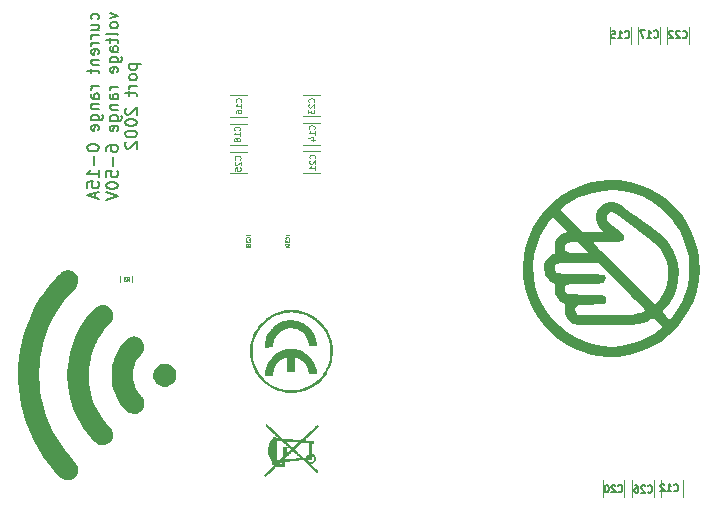
<source format=gbr>
%TF.GenerationSoftware,KiCad,Pcbnew,(6.0.8)*%
%TF.CreationDate,2023-03-12T18:26:40+08:00*%
%TF.ProjectId,STEP_MOTO,53544550-5f4d-44f5-944f-2e6b69636164,rev?*%
%TF.SameCoordinates,Original*%
%TF.FileFunction,Legend,Bot*%
%TF.FilePolarity,Positive*%
%FSLAX46Y46*%
G04 Gerber Fmt 4.6, Leading zero omitted, Abs format (unit mm)*
G04 Created by KiCad (PCBNEW (6.0.8)) date 2023-03-12 18:26:40*
%MOMM*%
%LPD*%
G01*
G04 APERTURE LIST*
%ADD10C,0.200000*%
%ADD11C,0.075000*%
%ADD12C,0.150000*%
%ADD13C,0.125000*%
%ADD14C,0.120000*%
G04 APERTURE END LIST*
D10*
X16371361Y43777534D02*
X16418980Y43872772D01*
X16418980Y44063248D01*
X16371361Y44158486D01*
X16323742Y44206105D01*
X16228504Y44253724D01*
X15942790Y44253724D01*
X15847552Y44206105D01*
X15799933Y44158486D01*
X15752314Y44063248D01*
X15752314Y43872772D01*
X15799933Y43777534D01*
X15752314Y42920391D02*
X16418980Y42920391D01*
X15752314Y43348962D02*
X16276123Y43348962D01*
X16371361Y43301343D01*
X16418980Y43206105D01*
X16418980Y43063248D01*
X16371361Y42968010D01*
X16323742Y42920391D01*
X16418980Y42444200D02*
X15752314Y42444200D01*
X15942790Y42444200D02*
X15847552Y42396581D01*
X15799933Y42348962D01*
X15752314Y42253724D01*
X15752314Y42158486D01*
X16418980Y41825153D02*
X15752314Y41825153D01*
X15942790Y41825153D02*
X15847552Y41777534D01*
X15799933Y41729915D01*
X15752314Y41634677D01*
X15752314Y41539439D01*
X16371361Y40825153D02*
X16418980Y40920391D01*
X16418980Y41110867D01*
X16371361Y41206105D01*
X16276123Y41253724D01*
X15895171Y41253724D01*
X15799933Y41206105D01*
X15752314Y41110867D01*
X15752314Y40920391D01*
X15799933Y40825153D01*
X15895171Y40777534D01*
X15990409Y40777534D01*
X16085647Y41253724D01*
X15752314Y40348962D02*
X16418980Y40348962D01*
X15847552Y40348962D02*
X15799933Y40301343D01*
X15752314Y40206105D01*
X15752314Y40063248D01*
X15799933Y39968010D01*
X15895171Y39920391D01*
X16418980Y39920391D01*
X15752314Y39587058D02*
X15752314Y39206105D01*
X15418980Y39444200D02*
X16276123Y39444200D01*
X16371361Y39396581D01*
X16418980Y39301343D01*
X16418980Y39206105D01*
X16418980Y38110867D02*
X15752314Y38110867D01*
X15942790Y38110867D02*
X15847552Y38063248D01*
X15799933Y38015629D01*
X15752314Y37920391D01*
X15752314Y37825153D01*
X16418980Y37063248D02*
X15895171Y37063248D01*
X15799933Y37110867D01*
X15752314Y37206105D01*
X15752314Y37396581D01*
X15799933Y37491820D01*
X16371361Y37063248D02*
X16418980Y37158486D01*
X16418980Y37396581D01*
X16371361Y37491820D01*
X16276123Y37539439D01*
X16180885Y37539439D01*
X16085647Y37491820D01*
X16038028Y37396581D01*
X16038028Y37158486D01*
X15990409Y37063248D01*
X15752314Y36587058D02*
X16418980Y36587058D01*
X15847552Y36587058D02*
X15799933Y36539439D01*
X15752314Y36444200D01*
X15752314Y36301343D01*
X15799933Y36206105D01*
X15895171Y36158486D01*
X16418980Y36158486D01*
X15752314Y35253724D02*
X16561838Y35253724D01*
X16657076Y35301343D01*
X16704695Y35348962D01*
X16752314Y35444200D01*
X16752314Y35587058D01*
X16704695Y35682296D01*
X16371361Y35253724D02*
X16418980Y35348962D01*
X16418980Y35539439D01*
X16371361Y35634677D01*
X16323742Y35682296D01*
X16228504Y35729915D01*
X15942790Y35729915D01*
X15847552Y35682296D01*
X15799933Y35634677D01*
X15752314Y35539439D01*
X15752314Y35348962D01*
X15799933Y35253724D01*
X16371361Y34396581D02*
X16418980Y34491820D01*
X16418980Y34682296D01*
X16371361Y34777534D01*
X16276123Y34825153D01*
X15895171Y34825153D01*
X15799933Y34777534D01*
X15752314Y34682296D01*
X15752314Y34491820D01*
X15799933Y34396581D01*
X15895171Y34348962D01*
X15990409Y34348962D01*
X16085647Y34825153D01*
X15418980Y32968010D02*
X15418980Y32872772D01*
X15466600Y32777534D01*
X15514219Y32729915D01*
X15609457Y32682296D01*
X15799933Y32634677D01*
X16038028Y32634677D01*
X16228504Y32682296D01*
X16323742Y32729915D01*
X16371361Y32777534D01*
X16418980Y32872772D01*
X16418980Y32968010D01*
X16371361Y33063248D01*
X16323742Y33110867D01*
X16228504Y33158486D01*
X16038028Y33206105D01*
X15799933Y33206105D01*
X15609457Y33158486D01*
X15514219Y33110867D01*
X15466600Y33063248D01*
X15418980Y32968010D01*
X16038028Y32206105D02*
X16038028Y31444200D01*
X16418980Y30444200D02*
X16418980Y31015629D01*
X16418980Y30729915D02*
X15418980Y30729915D01*
X15561838Y30825153D01*
X15657076Y30920391D01*
X15704695Y31015629D01*
X15418980Y29539439D02*
X15418980Y30015629D01*
X15895171Y30063248D01*
X15847552Y30015629D01*
X15799933Y29920391D01*
X15799933Y29682296D01*
X15847552Y29587058D01*
X15895171Y29539439D01*
X15990409Y29491820D01*
X16228504Y29491820D01*
X16323742Y29539439D01*
X16371361Y29587058D01*
X16418980Y29682296D01*
X16418980Y29920391D01*
X16371361Y30015629D01*
X16323742Y30063248D01*
X16133266Y29110867D02*
X16133266Y28634677D01*
X16418980Y29206105D02*
X15418980Y28872772D01*
X16418980Y28539439D01*
X17362314Y44348962D02*
X18028980Y44110867D01*
X17362314Y43872772D01*
X18028980Y43348962D02*
X17981361Y43444200D01*
X17933742Y43491820D01*
X17838504Y43539439D01*
X17552790Y43539439D01*
X17457552Y43491820D01*
X17409933Y43444200D01*
X17362314Y43348962D01*
X17362314Y43206105D01*
X17409933Y43110867D01*
X17457552Y43063248D01*
X17552790Y43015629D01*
X17838504Y43015629D01*
X17933742Y43063248D01*
X17981361Y43110867D01*
X18028980Y43206105D01*
X18028980Y43348962D01*
X18028980Y42444200D02*
X17981361Y42539439D01*
X17886123Y42587058D01*
X17028980Y42587058D01*
X17362314Y42206105D02*
X17362314Y41825153D01*
X17028980Y42063248D02*
X17886123Y42063248D01*
X17981361Y42015629D01*
X18028980Y41920391D01*
X18028980Y41825153D01*
X18028980Y41063248D02*
X17505171Y41063248D01*
X17409933Y41110867D01*
X17362314Y41206105D01*
X17362314Y41396581D01*
X17409933Y41491820D01*
X17981361Y41063248D02*
X18028980Y41158486D01*
X18028980Y41396581D01*
X17981361Y41491820D01*
X17886123Y41539439D01*
X17790885Y41539439D01*
X17695647Y41491820D01*
X17648028Y41396581D01*
X17648028Y41158486D01*
X17600409Y41063248D01*
X17362314Y40158486D02*
X18171838Y40158486D01*
X18267076Y40206105D01*
X18314695Y40253724D01*
X18362314Y40348962D01*
X18362314Y40491820D01*
X18314695Y40587058D01*
X17981361Y40158486D02*
X18028980Y40253724D01*
X18028980Y40444200D01*
X17981361Y40539439D01*
X17933742Y40587058D01*
X17838504Y40634677D01*
X17552790Y40634677D01*
X17457552Y40587058D01*
X17409933Y40539439D01*
X17362314Y40444200D01*
X17362314Y40253724D01*
X17409933Y40158486D01*
X17981361Y39301343D02*
X18028980Y39396581D01*
X18028980Y39587058D01*
X17981361Y39682296D01*
X17886123Y39729915D01*
X17505171Y39729915D01*
X17409933Y39682296D01*
X17362314Y39587058D01*
X17362314Y39396581D01*
X17409933Y39301343D01*
X17505171Y39253724D01*
X17600409Y39253724D01*
X17695647Y39729915D01*
X18028980Y38063248D02*
X17362314Y38063248D01*
X17552790Y38063248D02*
X17457552Y38015629D01*
X17409933Y37968010D01*
X17362314Y37872772D01*
X17362314Y37777534D01*
X18028980Y37015629D02*
X17505171Y37015629D01*
X17409933Y37063248D01*
X17362314Y37158486D01*
X17362314Y37348962D01*
X17409933Y37444200D01*
X17981361Y37015629D02*
X18028980Y37110867D01*
X18028980Y37348962D01*
X17981361Y37444200D01*
X17886123Y37491820D01*
X17790885Y37491820D01*
X17695647Y37444200D01*
X17648028Y37348962D01*
X17648028Y37110867D01*
X17600409Y37015629D01*
X17362314Y36539439D02*
X18028980Y36539439D01*
X17457552Y36539439D02*
X17409933Y36491820D01*
X17362314Y36396581D01*
X17362314Y36253724D01*
X17409933Y36158486D01*
X17505171Y36110867D01*
X18028980Y36110867D01*
X17362314Y35206105D02*
X18171838Y35206105D01*
X18267076Y35253724D01*
X18314695Y35301343D01*
X18362314Y35396581D01*
X18362314Y35539439D01*
X18314695Y35634677D01*
X17981361Y35206105D02*
X18028980Y35301343D01*
X18028980Y35491820D01*
X17981361Y35587058D01*
X17933742Y35634677D01*
X17838504Y35682296D01*
X17552790Y35682296D01*
X17457552Y35634677D01*
X17409933Y35587058D01*
X17362314Y35491820D01*
X17362314Y35301343D01*
X17409933Y35206105D01*
X17981361Y34348962D02*
X18028980Y34444200D01*
X18028980Y34634677D01*
X17981361Y34729915D01*
X17886123Y34777534D01*
X17505171Y34777534D01*
X17409933Y34729915D01*
X17362314Y34634677D01*
X17362314Y34444200D01*
X17409933Y34348962D01*
X17505171Y34301343D01*
X17600409Y34301343D01*
X17695647Y34777534D01*
X17028980Y32682296D02*
X17028980Y32872772D01*
X17076600Y32968010D01*
X17124219Y33015629D01*
X17267076Y33110867D01*
X17457552Y33158486D01*
X17838504Y33158486D01*
X17933742Y33110867D01*
X17981361Y33063248D01*
X18028980Y32968010D01*
X18028980Y32777534D01*
X17981361Y32682296D01*
X17933742Y32634677D01*
X17838504Y32587058D01*
X17600409Y32587058D01*
X17505171Y32634677D01*
X17457552Y32682296D01*
X17409933Y32777534D01*
X17409933Y32968010D01*
X17457552Y33063248D01*
X17505171Y33110867D01*
X17600409Y33158486D01*
X17648028Y32158486D02*
X17648028Y31396581D01*
X17028980Y30444200D02*
X17028980Y30920391D01*
X17505171Y30968010D01*
X17457552Y30920391D01*
X17409933Y30825153D01*
X17409933Y30587058D01*
X17457552Y30491820D01*
X17505171Y30444200D01*
X17600409Y30396581D01*
X17838504Y30396581D01*
X17933742Y30444200D01*
X17981361Y30491820D01*
X18028980Y30587058D01*
X18028980Y30825153D01*
X17981361Y30920391D01*
X17933742Y30968010D01*
X17028980Y29777534D02*
X17028980Y29682296D01*
X17076600Y29587058D01*
X17124219Y29539439D01*
X17219457Y29491820D01*
X17409933Y29444200D01*
X17648028Y29444200D01*
X17838504Y29491820D01*
X17933742Y29539439D01*
X17981361Y29587058D01*
X18028980Y29682296D01*
X18028980Y29777534D01*
X17981361Y29872772D01*
X17933742Y29920391D01*
X17838504Y29968010D01*
X17648028Y30015629D01*
X17409933Y30015629D01*
X17219457Y29968010D01*
X17124219Y29920391D01*
X17076600Y29872772D01*
X17028980Y29777534D01*
X17028980Y29158486D02*
X18028980Y28825153D01*
X17028980Y28491820D01*
X18972314Y39991820D02*
X19972314Y39991820D01*
X19019933Y39991820D02*
X18972314Y39896581D01*
X18972314Y39706105D01*
X19019933Y39610867D01*
X19067552Y39563248D01*
X19162790Y39515629D01*
X19448504Y39515629D01*
X19543742Y39563248D01*
X19591361Y39610867D01*
X19638980Y39706105D01*
X19638980Y39896581D01*
X19591361Y39991820D01*
X19638980Y38944200D02*
X19591361Y39039439D01*
X19543742Y39087058D01*
X19448504Y39134677D01*
X19162790Y39134677D01*
X19067552Y39087058D01*
X19019933Y39039439D01*
X18972314Y38944200D01*
X18972314Y38801343D01*
X19019933Y38706105D01*
X19067552Y38658486D01*
X19162790Y38610867D01*
X19448504Y38610867D01*
X19543742Y38658486D01*
X19591361Y38706105D01*
X19638980Y38801343D01*
X19638980Y38944200D01*
X19638980Y38182296D02*
X18972314Y38182296D01*
X19162790Y38182296D02*
X19067552Y38134677D01*
X19019933Y38087058D01*
X18972314Y37991820D01*
X18972314Y37896581D01*
X18972314Y37706105D02*
X18972314Y37325153D01*
X18638980Y37563248D02*
X19496123Y37563248D01*
X19591361Y37515629D01*
X19638980Y37420391D01*
X19638980Y37325153D01*
X18734219Y36277534D02*
X18686600Y36229915D01*
X18638980Y36134677D01*
X18638980Y35896581D01*
X18686600Y35801343D01*
X18734219Y35753724D01*
X18829457Y35706105D01*
X18924695Y35706105D01*
X19067552Y35753724D01*
X19638980Y36325153D01*
X19638980Y35706105D01*
X18638980Y35087058D02*
X18638980Y34991820D01*
X18686600Y34896581D01*
X18734219Y34848962D01*
X18829457Y34801343D01*
X19019933Y34753724D01*
X19258028Y34753724D01*
X19448504Y34801343D01*
X19543742Y34848962D01*
X19591361Y34896581D01*
X19638980Y34991820D01*
X19638980Y35087058D01*
X19591361Y35182296D01*
X19543742Y35229915D01*
X19448504Y35277534D01*
X19258028Y35325153D01*
X19019933Y35325153D01*
X18829457Y35277534D01*
X18734219Y35229915D01*
X18686600Y35182296D01*
X18638980Y35087058D01*
X18638980Y34134677D02*
X18638980Y34039439D01*
X18686600Y33944200D01*
X18734219Y33896581D01*
X18829457Y33848962D01*
X19019933Y33801343D01*
X19258028Y33801343D01*
X19448504Y33848962D01*
X19543742Y33896581D01*
X19591361Y33944200D01*
X19638980Y34039439D01*
X19638980Y34134677D01*
X19591361Y34229915D01*
X19543742Y34277534D01*
X19448504Y34325153D01*
X19258028Y34372772D01*
X19019933Y34372772D01*
X18829457Y34325153D01*
X18734219Y34277534D01*
X18686600Y34229915D01*
X18638980Y34134677D01*
X18734219Y33420391D02*
X18686600Y33372772D01*
X18638980Y33277534D01*
X18638980Y33039439D01*
X18686600Y32944200D01*
X18734219Y32896581D01*
X18829457Y32848962D01*
X18924695Y32848962D01*
X19067552Y32896581D01*
X19638980Y33468010D01*
X19638980Y32848962D01*
D11*
%TO.C,C38*%
X29164542Y25181658D02*
X29178828Y25195943D01*
X29193114Y25238800D01*
X29193114Y25267372D01*
X29178828Y25310229D01*
X29150257Y25338800D01*
X29121685Y25353086D01*
X29064542Y25367372D01*
X29021685Y25367372D01*
X28964542Y25353086D01*
X28935971Y25338800D01*
X28907400Y25310229D01*
X28893114Y25267372D01*
X28893114Y25238800D01*
X28907400Y25195943D01*
X28921685Y25181658D01*
X28893114Y25081658D02*
X28893114Y24895943D01*
X29007400Y24995943D01*
X29007400Y24953086D01*
X29021685Y24924515D01*
X29035971Y24910229D01*
X29064542Y24895943D01*
X29135971Y24895943D01*
X29164542Y24910229D01*
X29178828Y24924515D01*
X29193114Y24953086D01*
X29193114Y25038800D01*
X29178828Y25067372D01*
X29164542Y25081658D01*
X29021685Y24724515D02*
X29007400Y24753086D01*
X28993114Y24767372D01*
X28964542Y24781658D01*
X28950257Y24781658D01*
X28921685Y24767372D01*
X28907400Y24753086D01*
X28893114Y24724515D01*
X28893114Y24667372D01*
X28907400Y24638800D01*
X28921685Y24624515D01*
X28950257Y24610229D01*
X28964542Y24610229D01*
X28993114Y24624515D01*
X29007400Y24638800D01*
X29021685Y24667372D01*
X29021685Y24724515D01*
X29035971Y24753086D01*
X29050257Y24767372D01*
X29078828Y24781658D01*
X29135971Y24781658D01*
X29164542Y24767372D01*
X29178828Y24753086D01*
X29193114Y24724515D01*
X29193114Y24667372D01*
X29178828Y24638800D01*
X29164542Y24624515D01*
X29135971Y24610229D01*
X29078828Y24610229D01*
X29050257Y24624515D01*
X29035971Y24638800D01*
X29021685Y24667372D01*
D12*
%TO.C,C26*%
X62894914Y3781015D02*
X62923485Y3752443D01*
X63009200Y3723872D01*
X63066342Y3723872D01*
X63152057Y3752443D01*
X63209200Y3809586D01*
X63237771Y3866729D01*
X63266342Y3981015D01*
X63266342Y4066729D01*
X63237771Y4181015D01*
X63209200Y4238158D01*
X63152057Y4295300D01*
X63066342Y4323872D01*
X63009200Y4323872D01*
X62923485Y4295300D01*
X62894914Y4266729D01*
X62666342Y4266729D02*
X62637771Y4295300D01*
X62580628Y4323872D01*
X62437771Y4323872D01*
X62380628Y4295300D01*
X62352057Y4266729D01*
X62323485Y4209586D01*
X62323485Y4152443D01*
X62352057Y4066729D01*
X62694914Y3723872D01*
X62323485Y3723872D01*
X61809200Y4323872D02*
X61923485Y4323872D01*
X61980628Y4295300D01*
X62009200Y4266729D01*
X62066342Y4181015D01*
X62094914Y4066729D01*
X62094914Y3838158D01*
X62066342Y3781015D01*
X62037771Y3752443D01*
X61980628Y3723872D01*
X61866342Y3723872D01*
X61809200Y3752443D01*
X61780628Y3781015D01*
X61752057Y3838158D01*
X61752057Y3981015D01*
X61780628Y4038158D01*
X61809200Y4066729D01*
X61866342Y4095300D01*
X61980628Y4095300D01*
X62037771Y4066729D01*
X62066342Y4038158D01*
X62094914Y3981015D01*
D13*
%TO.C,C21*%
X34696971Y32015829D02*
X34720780Y32039639D01*
X34744590Y32111067D01*
X34744590Y32158686D01*
X34720780Y32230115D01*
X34673161Y32277734D01*
X34625542Y32301543D01*
X34530304Y32325353D01*
X34458876Y32325353D01*
X34363638Y32301543D01*
X34316019Y32277734D01*
X34268400Y32230115D01*
X34244590Y32158686D01*
X34244590Y32111067D01*
X34268400Y32039639D01*
X34292209Y32015829D01*
X34292209Y31825353D02*
X34268400Y31801543D01*
X34244590Y31753924D01*
X34244590Y31634877D01*
X34268400Y31587258D01*
X34292209Y31563448D01*
X34339828Y31539639D01*
X34387447Y31539639D01*
X34458876Y31563448D01*
X34744590Y31849162D01*
X34744590Y31539639D01*
X34744590Y31063448D02*
X34744590Y31349162D01*
X34744590Y31206305D02*
X34244590Y31206305D01*
X34316019Y31253924D01*
X34363638Y31301543D01*
X34387447Y31349162D01*
D12*
%TO.C,C12*%
X65104714Y3882615D02*
X65133285Y3854043D01*
X65219000Y3825472D01*
X65276142Y3825472D01*
X65361857Y3854043D01*
X65419000Y3911186D01*
X65447571Y3968329D01*
X65476142Y4082615D01*
X65476142Y4168329D01*
X65447571Y4282615D01*
X65419000Y4339758D01*
X65361857Y4396900D01*
X65276142Y4425472D01*
X65219000Y4425472D01*
X65133285Y4396900D01*
X65104714Y4368329D01*
X64533285Y3825472D02*
X64876142Y3825472D01*
X64704714Y3825472D02*
X64704714Y4425472D01*
X64761857Y4339758D01*
X64819000Y4282615D01*
X64876142Y4254043D01*
X64304714Y4368329D02*
X64276142Y4396900D01*
X64219000Y4425472D01*
X64076142Y4425472D01*
X64019000Y4396900D01*
X63990428Y4368329D01*
X63961857Y4311186D01*
X63961857Y4254043D01*
X63990428Y4168329D01*
X64333285Y3825472D01*
X63961857Y3825472D01*
D13*
%TO.C,C14*%
X34646171Y34505029D02*
X34669980Y34528839D01*
X34693790Y34600267D01*
X34693790Y34647886D01*
X34669980Y34719315D01*
X34622361Y34766934D01*
X34574742Y34790743D01*
X34479504Y34814553D01*
X34408076Y34814553D01*
X34312838Y34790743D01*
X34265219Y34766934D01*
X34217600Y34719315D01*
X34193790Y34647886D01*
X34193790Y34600267D01*
X34217600Y34528839D01*
X34241409Y34505029D01*
X34693790Y34028839D02*
X34693790Y34314553D01*
X34693790Y34171696D02*
X34193790Y34171696D01*
X34265219Y34219315D01*
X34312838Y34266934D01*
X34336647Y34314553D01*
X34360457Y33600267D02*
X34693790Y33600267D01*
X34169980Y33719315D02*
X34527123Y33838362D01*
X34527123Y33528839D01*
D11*
%TO.C,C39*%
X32491942Y25181658D02*
X32506228Y25195943D01*
X32520514Y25238800D01*
X32520514Y25267372D01*
X32506228Y25310229D01*
X32477657Y25338800D01*
X32449085Y25353086D01*
X32391942Y25367372D01*
X32349085Y25367372D01*
X32291942Y25353086D01*
X32263371Y25338800D01*
X32234800Y25310229D01*
X32220514Y25267372D01*
X32220514Y25238800D01*
X32234800Y25195943D01*
X32249085Y25181658D01*
X32220514Y25081658D02*
X32220514Y24895943D01*
X32334800Y24995943D01*
X32334800Y24953086D01*
X32349085Y24924515D01*
X32363371Y24910229D01*
X32391942Y24895943D01*
X32463371Y24895943D01*
X32491942Y24910229D01*
X32506228Y24924515D01*
X32520514Y24953086D01*
X32520514Y25038800D01*
X32506228Y25067372D01*
X32491942Y25081658D01*
X32520514Y24753086D02*
X32520514Y24695943D01*
X32506228Y24667372D01*
X32491942Y24653086D01*
X32449085Y24624515D01*
X32391942Y24610229D01*
X32277657Y24610229D01*
X32249085Y24624515D01*
X32234800Y24638800D01*
X32220514Y24667372D01*
X32220514Y24724515D01*
X32234800Y24753086D01*
X32249085Y24767372D01*
X32277657Y24781658D01*
X32349085Y24781658D01*
X32377657Y24767372D01*
X32391942Y24753086D01*
X32406228Y24724515D01*
X32406228Y24667372D01*
X32391942Y24638800D01*
X32377657Y24624515D01*
X32349085Y24610229D01*
%TO.C,R3*%
X18795000Y21654586D02*
X18895000Y21797443D01*
X18966428Y21654586D02*
X18966428Y21954586D01*
X18852142Y21954586D01*
X18823571Y21940300D01*
X18809285Y21926015D01*
X18795000Y21897443D01*
X18795000Y21854586D01*
X18809285Y21826015D01*
X18823571Y21811729D01*
X18852142Y21797443D01*
X18966428Y21797443D01*
X18695000Y21954586D02*
X18509285Y21954586D01*
X18609285Y21840300D01*
X18566428Y21840300D01*
X18537857Y21826015D01*
X18523571Y21811729D01*
X18509285Y21783158D01*
X18509285Y21711729D01*
X18523571Y21683158D01*
X18537857Y21668872D01*
X18566428Y21654586D01*
X18652142Y21654586D01*
X18680714Y21668872D01*
X18695000Y21683158D01*
D13*
%TO.C,C18*%
X28321571Y34403429D02*
X28345380Y34427239D01*
X28369190Y34498667D01*
X28369190Y34546286D01*
X28345380Y34617715D01*
X28297761Y34665334D01*
X28250142Y34689143D01*
X28154904Y34712953D01*
X28083476Y34712953D01*
X27988238Y34689143D01*
X27940619Y34665334D01*
X27893000Y34617715D01*
X27869190Y34546286D01*
X27869190Y34498667D01*
X27893000Y34427239D01*
X27916809Y34403429D01*
X28369190Y33927239D02*
X28369190Y34212953D01*
X28369190Y34070096D02*
X27869190Y34070096D01*
X27940619Y34117715D01*
X27988238Y34165334D01*
X28012047Y34212953D01*
X28083476Y33641524D02*
X28059666Y33689143D01*
X28035857Y33712953D01*
X27988238Y33736762D01*
X27964428Y33736762D01*
X27916809Y33712953D01*
X27893000Y33689143D01*
X27869190Y33641524D01*
X27869190Y33546286D01*
X27893000Y33498667D01*
X27916809Y33474858D01*
X27964428Y33451048D01*
X27988238Y33451048D01*
X28035857Y33474858D01*
X28059666Y33498667D01*
X28083476Y33546286D01*
X28083476Y33641524D01*
X28107285Y33689143D01*
X28131095Y33712953D01*
X28178714Y33736762D01*
X28273952Y33736762D01*
X28321571Y33712953D01*
X28345380Y33689143D01*
X28369190Y33641524D01*
X28369190Y33546286D01*
X28345380Y33498667D01*
X28321571Y33474858D01*
X28273952Y33451048D01*
X28178714Y33451048D01*
X28131095Y33474858D01*
X28107285Y33498667D01*
X28083476Y33546286D01*
D12*
%TO.C,C17*%
X63428314Y42300515D02*
X63456885Y42271943D01*
X63542600Y42243372D01*
X63599742Y42243372D01*
X63685457Y42271943D01*
X63742600Y42329086D01*
X63771171Y42386229D01*
X63799742Y42500515D01*
X63799742Y42586229D01*
X63771171Y42700515D01*
X63742600Y42757658D01*
X63685457Y42814800D01*
X63599742Y42843372D01*
X63542600Y42843372D01*
X63456885Y42814800D01*
X63428314Y42786229D01*
X62856885Y42243372D02*
X63199742Y42243372D01*
X63028314Y42243372D02*
X63028314Y42843372D01*
X63085457Y42757658D01*
X63142600Y42700515D01*
X63199742Y42671943D01*
X62656885Y42843372D02*
X62256885Y42843372D01*
X62514028Y42243372D01*
%TO.C,C15*%
X60964514Y42249715D02*
X60993085Y42221143D01*
X61078800Y42192572D01*
X61135942Y42192572D01*
X61221657Y42221143D01*
X61278800Y42278286D01*
X61307371Y42335429D01*
X61335942Y42449715D01*
X61335942Y42535429D01*
X61307371Y42649715D01*
X61278800Y42706858D01*
X61221657Y42764000D01*
X61135942Y42792572D01*
X61078800Y42792572D01*
X60993085Y42764000D01*
X60964514Y42735429D01*
X60393085Y42192572D02*
X60735942Y42192572D01*
X60564514Y42192572D02*
X60564514Y42792572D01*
X60621657Y42706858D01*
X60678800Y42649715D01*
X60735942Y42621143D01*
X59850228Y42792572D02*
X60135942Y42792572D01*
X60164514Y42506858D01*
X60135942Y42535429D01*
X60078800Y42564000D01*
X59935942Y42564000D01*
X59878800Y42535429D01*
X59850228Y42506858D01*
X59821657Y42449715D01*
X59821657Y42306858D01*
X59850228Y42249715D01*
X59878800Y42221143D01*
X59935942Y42192572D01*
X60078800Y42192572D01*
X60135942Y42221143D01*
X60164514Y42249715D01*
%TO.C,C20*%
X60380314Y3807215D02*
X60408885Y3778643D01*
X60494600Y3750072D01*
X60551742Y3750072D01*
X60637457Y3778643D01*
X60694600Y3835786D01*
X60723171Y3892929D01*
X60751742Y4007215D01*
X60751742Y4092929D01*
X60723171Y4207215D01*
X60694600Y4264358D01*
X60637457Y4321500D01*
X60551742Y4350072D01*
X60494600Y4350072D01*
X60408885Y4321500D01*
X60380314Y4292929D01*
X60151742Y4292929D02*
X60123171Y4321500D01*
X60066028Y4350072D01*
X59923171Y4350072D01*
X59866028Y4321500D01*
X59837457Y4292929D01*
X59808885Y4235786D01*
X59808885Y4178643D01*
X59837457Y4092929D01*
X60180314Y3750072D01*
X59808885Y3750072D01*
X59437457Y4350072D02*
X59380314Y4350072D01*
X59323171Y4321500D01*
X59294600Y4292929D01*
X59266028Y4235786D01*
X59237457Y4121500D01*
X59237457Y3978643D01*
X59266028Y3864358D01*
X59294600Y3807215D01*
X59323171Y3778643D01*
X59380314Y3750072D01*
X59437457Y3750072D01*
X59494600Y3778643D01*
X59523171Y3807215D01*
X59551742Y3864358D01*
X59580314Y3978643D01*
X59580314Y4121500D01*
X59551742Y4235786D01*
X59523171Y4292929D01*
X59494600Y4321500D01*
X59437457Y4350072D01*
D13*
%TO.C,C23*%
X34620771Y36791029D02*
X34644580Y36814839D01*
X34668390Y36886267D01*
X34668390Y36933886D01*
X34644580Y37005315D01*
X34596961Y37052934D01*
X34549342Y37076743D01*
X34454104Y37100553D01*
X34382676Y37100553D01*
X34287438Y37076743D01*
X34239819Y37052934D01*
X34192200Y37005315D01*
X34168390Y36933886D01*
X34168390Y36886267D01*
X34192200Y36814839D01*
X34216009Y36791029D01*
X34216009Y36600553D02*
X34192200Y36576743D01*
X34168390Y36529124D01*
X34168390Y36410077D01*
X34192200Y36362458D01*
X34216009Y36338648D01*
X34263628Y36314839D01*
X34311247Y36314839D01*
X34382676Y36338648D01*
X34668390Y36624362D01*
X34668390Y36314839D01*
X34168390Y36148172D02*
X34168390Y35838648D01*
X34358866Y36005315D01*
X34358866Y35933886D01*
X34382676Y35886267D01*
X34406485Y35862458D01*
X34454104Y35838648D01*
X34573152Y35838648D01*
X34620771Y35862458D01*
X34644580Y35886267D01*
X34668390Y35933886D01*
X34668390Y36076743D01*
X34644580Y36124362D01*
X34620771Y36148172D01*
%TO.C,C25*%
X28372371Y31914229D02*
X28396180Y31938039D01*
X28419990Y32009467D01*
X28419990Y32057086D01*
X28396180Y32128515D01*
X28348561Y32176134D01*
X28300942Y32199943D01*
X28205704Y32223753D01*
X28134276Y32223753D01*
X28039038Y32199943D01*
X27991419Y32176134D01*
X27943800Y32128515D01*
X27919990Y32057086D01*
X27919990Y32009467D01*
X27943800Y31938039D01*
X27967609Y31914229D01*
X27967609Y31723753D02*
X27943800Y31699943D01*
X27919990Y31652324D01*
X27919990Y31533277D01*
X27943800Y31485658D01*
X27967609Y31461848D01*
X28015228Y31438039D01*
X28062847Y31438039D01*
X28134276Y31461848D01*
X28419990Y31747562D01*
X28419990Y31438039D01*
X27919990Y30985658D02*
X27919990Y31223753D01*
X28158085Y31247562D01*
X28134276Y31223753D01*
X28110466Y31176134D01*
X28110466Y31057086D01*
X28134276Y31009467D01*
X28158085Y30985658D01*
X28205704Y30961848D01*
X28324752Y30961848D01*
X28372371Y30985658D01*
X28396180Y31009467D01*
X28419990Y31057086D01*
X28419990Y31176134D01*
X28396180Y31223753D01*
X28372371Y31247562D01*
D11*
%TO.C,C16*%
X28448571Y36791029D02*
X28472380Y36814839D01*
X28496190Y36886267D01*
X28496190Y36933886D01*
X28472380Y37005315D01*
X28424761Y37052934D01*
X28377142Y37076743D01*
X28281904Y37100553D01*
X28210476Y37100553D01*
X28115238Y37076743D01*
X28067619Y37052934D01*
X28020000Y37005315D01*
X27996190Y36933886D01*
X27996190Y36886267D01*
X28020000Y36814839D01*
X28043809Y36791029D01*
X28496190Y36314839D02*
X28496190Y36600553D01*
X28496190Y36457696D02*
X27996190Y36457696D01*
X28067619Y36505315D01*
X28115238Y36552934D01*
X28139047Y36600553D01*
X27996190Y35886267D02*
X27996190Y35981505D01*
X28020000Y36029124D01*
X28043809Y36052934D01*
X28115238Y36100553D01*
X28210476Y36124362D01*
X28400952Y36124362D01*
X28448571Y36100553D01*
X28472380Y36076743D01*
X28496190Y36029124D01*
X28496190Y35933886D01*
X28472380Y35886267D01*
X28448571Y35862458D01*
X28400952Y35838648D01*
X28281904Y35838648D01*
X28234285Y35862458D01*
X28210476Y35886267D01*
X28186666Y35933886D01*
X28186666Y36029124D01*
X28210476Y36076743D01*
X28234285Y36100553D01*
X28281904Y36124362D01*
D12*
%TO.C,C22*%
X65841314Y42275115D02*
X65869885Y42246543D01*
X65955600Y42217972D01*
X66012742Y42217972D01*
X66098457Y42246543D01*
X66155600Y42303686D01*
X66184171Y42360829D01*
X66212742Y42475115D01*
X66212742Y42560829D01*
X66184171Y42675115D01*
X66155600Y42732258D01*
X66098457Y42789400D01*
X66012742Y42817972D01*
X65955600Y42817972D01*
X65869885Y42789400D01*
X65841314Y42760829D01*
X65612742Y42760829D02*
X65584171Y42789400D01*
X65527028Y42817972D01*
X65384171Y42817972D01*
X65327028Y42789400D01*
X65298457Y42760829D01*
X65269885Y42703686D01*
X65269885Y42646543D01*
X65298457Y42560829D01*
X65641314Y42217972D01*
X65269885Y42217972D01*
X65041314Y42760829D02*
X65012742Y42789400D01*
X64955600Y42817972D01*
X64812742Y42817972D01*
X64755600Y42789400D01*
X64727028Y42760829D01*
X64698457Y42703686D01*
X64698457Y42646543D01*
X64727028Y42560829D01*
X65069885Y42217972D01*
X64698457Y42217972D01*
%TO.C,G\u002A\u002A\u002A*%
G36*
X55607992Y28876384D02*
G01*
X56403859Y29352100D01*
X56977991Y29626276D01*
X57554816Y29845975D01*
X58143501Y30006937D01*
X58790241Y30124107D01*
X59592762Y30194970D01*
X59952769Y30184063D01*
X60492247Y30167719D01*
X61376310Y30030514D01*
X62235807Y29787254D01*
X63061595Y29441837D01*
X63844528Y28998161D01*
X64575463Y28460125D01*
X65245255Y27831628D01*
X65844759Y27116567D01*
X66112179Y26726491D01*
X66504111Y26030758D01*
X66831097Y25287296D01*
X67079471Y24528814D01*
X67235566Y23788020D01*
X67274814Y23472340D01*
X67311639Y22560701D01*
X67237258Y21663164D01*
X67056203Y20788401D01*
X66773003Y19945082D01*
X66392188Y19141876D01*
X65918290Y18387454D01*
X65355838Y17690486D01*
X64709362Y17059642D01*
X63983393Y16503592D01*
X63182461Y16031006D01*
X62982661Y15932612D01*
X62148315Y15597012D01*
X61284606Y15363533D01*
X60405843Y15233643D01*
X59526337Y15208815D01*
X58660400Y15290517D01*
X57822342Y15480222D01*
X57769092Y15496293D01*
X56893881Y15820996D01*
X56079219Y16237491D01*
X55330256Y16737953D01*
X54652140Y17314557D01*
X54050018Y17959475D01*
X53529040Y18664883D01*
X53094354Y19422954D01*
X52751108Y20225863D01*
X52504450Y21065784D01*
X52359530Y21934891D01*
X52321769Y22818909D01*
X53203487Y22818909D01*
X53240143Y21983216D01*
X53383110Y21175188D01*
X53624918Y20401695D01*
X53958093Y19669605D01*
X54375164Y18985788D01*
X54868659Y18357113D01*
X55431106Y17790448D01*
X56055032Y17292662D01*
X56732966Y16870624D01*
X57457436Y16531204D01*
X58220969Y16281270D01*
X59016093Y16127690D01*
X59835337Y16077334D01*
X60671229Y16137072D01*
X60950145Y16183127D01*
X61614925Y16345499D01*
X62274320Y16574281D01*
X62891940Y16855772D01*
X63431392Y17176269D01*
X63615755Y17306831D01*
X63818343Y17458036D01*
X63970141Y17579639D01*
X64163898Y17745988D01*
X63790496Y18114682D01*
X63417094Y18483377D01*
X63039464Y18306672D01*
X62971978Y18275280D01*
X62769184Y18184872D01*
X62579081Y18109910D01*
X62388668Y18048961D01*
X62184945Y18000593D01*
X61954911Y17963373D01*
X61685565Y17935868D01*
X61363907Y17916646D01*
X60976935Y17904273D01*
X60511650Y17897318D01*
X59955051Y17894347D01*
X59294137Y17893927D01*
X58753526Y17894345D01*
X58208018Y17896005D01*
X57759063Y17900395D01*
X57395369Y17909065D01*
X57105644Y17923563D01*
X56878596Y17945438D01*
X56702936Y17976239D01*
X56567369Y18017515D01*
X56460606Y18070816D01*
X56371355Y18137690D01*
X56288323Y18219686D01*
X56200220Y18318353D01*
X56158367Y18367959D01*
X55987504Y18644970D01*
X55904707Y18957187D01*
X55901404Y19333736D01*
X55903980Y19366130D01*
X55915066Y19554446D01*
X55905190Y19659413D01*
X55866203Y19710546D01*
X55789954Y19737362D01*
X55756859Y19747529D01*
X55571305Y19853647D01*
X55376801Y20027656D01*
X55205620Y20236778D01*
X55090036Y20448234D01*
X55063326Y20525499D01*
X55016339Y20777677D01*
X55020826Y21085198D01*
X55024160Y21127265D01*
X55034955Y21314595D01*
X55025059Y21419200D01*
X54986825Y21470155D01*
X54912601Y21496536D01*
X54736868Y21581849D01*
X54541640Y21740576D01*
X54363274Y21939281D01*
X54236131Y22145022D01*
X54183064Y22294694D01*
X54134041Y22622040D01*
X54140082Y22738219D01*
X55005332Y22738219D01*
X55030054Y22536011D01*
X55130009Y22374594D01*
X55138627Y22367036D01*
X55181374Y22337842D01*
X55241707Y22314216D01*
X55332092Y22295311D01*
X55464994Y22280278D01*
X55652881Y22268269D01*
X55908217Y22258437D01*
X56243470Y22249933D01*
X56671106Y22241909D01*
X57203590Y22233516D01*
X57488214Y22229015D01*
X57992652Y22219431D01*
X58395366Y22208965D01*
X58706860Y22197053D01*
X58937634Y22183132D01*
X59098191Y22166638D01*
X59199031Y22147008D01*
X59250658Y22123678D01*
X59312065Y22038278D01*
X59345894Y21866638D01*
X59318039Y21680685D01*
X59230194Y21529590D01*
X59199170Y21501530D01*
X59146868Y21470262D01*
X59070147Y21447108D01*
X58953525Y21430764D01*
X58781518Y21419929D01*
X58538642Y21413299D01*
X58209413Y21409572D01*
X57778347Y21407446D01*
X57675230Y21407048D01*
X57212340Y21404203D01*
X56849837Y21399107D01*
X56573553Y21390534D01*
X56369317Y21377259D01*
X56222960Y21358053D01*
X56120313Y21331691D01*
X56047208Y21296946D01*
X55989473Y21252592D01*
X55918486Y21145041D01*
X55885375Y20958884D01*
X55916391Y20765428D01*
X56009928Y20614779D01*
X56053822Y20581754D01*
X56116182Y20554284D01*
X56209461Y20532898D01*
X56348060Y20516352D01*
X56546375Y20503403D01*
X56818807Y20492807D01*
X57179754Y20483321D01*
X57643615Y20473701D01*
X57758758Y20471453D01*
X58226198Y20461308D01*
X58591598Y20449440D01*
X58867521Y20432835D01*
X59066528Y20408480D01*
X59201183Y20373361D01*
X59284047Y20324466D01*
X59327682Y20258781D01*
X59344651Y20173292D01*
X59347515Y20064987D01*
X59345580Y19978691D01*
X59328082Y19867946D01*
X59280186Y19786140D01*
X59187404Y19728451D01*
X59035248Y19690061D01*
X58809233Y19666148D01*
X58494870Y19651893D01*
X58077674Y19642475D01*
X57883435Y19638726D01*
X57548556Y19630140D01*
X57304978Y19619101D01*
X57135006Y19603659D01*
X57020947Y19581859D01*
X56945109Y19551749D01*
X56889798Y19511376D01*
X56815637Y19412351D01*
X56765146Y19218573D01*
X56789882Y19016367D01*
X56889842Y18854964D01*
X56896863Y18848757D01*
X56939001Y18819146D01*
X56997623Y18795376D01*
X57085333Y18776645D01*
X57214735Y18762150D01*
X57398435Y18751087D01*
X57649036Y18742655D01*
X57979143Y18736049D01*
X58401361Y18730468D01*
X58928294Y18725107D01*
X59027044Y18724220D01*
X59721140Y18721334D01*
X60311262Y18725939D01*
X60809050Y18738825D01*
X61226149Y18760780D01*
X61574199Y18792594D01*
X61864845Y18835056D01*
X62109728Y18888955D01*
X62320490Y18955082D01*
X62480344Y19016238D01*
X62630265Y19079482D01*
X62704522Y19118714D01*
X62704971Y19119774D01*
X62666073Y19174679D01*
X62552352Y19303290D01*
X62371610Y19497485D01*
X62131653Y19749142D01*
X61840285Y20050135D01*
X61505310Y20392344D01*
X61134532Y20767643D01*
X60735756Y21167911D01*
X58724302Y23178732D01*
X56988848Y23160743D01*
X56633861Y23156871D01*
X56207182Y23151103D01*
X55875348Y23144348D01*
X55625036Y23135676D01*
X55442923Y23124156D01*
X55315688Y23108859D01*
X55230006Y23088855D01*
X55172557Y23063214D01*
X55130016Y23031007D01*
X55055842Y22931991D01*
X55005332Y22738219D01*
X54140082Y22738219D01*
X54151730Y22962226D01*
X54236131Y23260578D01*
X54361279Y23463699D01*
X54539213Y23662698D01*
X54734442Y23822134D01*
X54912601Y23909065D01*
X54928054Y23913058D01*
X54995635Y23941560D01*
X55028524Y23999568D01*
X55034371Y24116157D01*
X55020826Y24320403D01*
X55017315Y24462616D01*
X55886545Y24462616D01*
X55890275Y24361548D01*
X55918543Y24233369D01*
X55987632Y24141385D01*
X56112825Y24079232D01*
X56309406Y24040543D01*
X56592660Y24018953D01*
X56977869Y24008096D01*
X57104820Y24006422D01*
X57387707Y24006766D01*
X57615381Y24012795D01*
X57767154Y24023757D01*
X57822342Y24038895D01*
X57801025Y24074083D01*
X57711442Y24179261D01*
X57568032Y24332777D01*
X57388351Y24515354D01*
X57017023Y24884203D01*
X58291626Y24884203D01*
X58293115Y24881330D01*
X58348476Y24818887D01*
X58478579Y24682137D01*
X58676390Y24478223D01*
X58724302Y24429301D01*
X58934876Y24214288D01*
X59247000Y23897477D01*
X59605731Y23534930D01*
X60004033Y23133793D01*
X60434872Y22701208D01*
X60891215Y22244318D01*
X63490803Y19645222D01*
X63731289Y19906118D01*
X63922339Y20129073D01*
X64205772Y20554040D01*
X64427762Y21041572D01*
X64531036Y21388958D01*
X64609744Y21870682D01*
X64632838Y22372149D01*
X64598899Y22853147D01*
X64506509Y23273463D01*
X64505900Y23275337D01*
X64297655Y23771866D01*
X64010033Y24251988D01*
X63672729Y24666102D01*
X63600587Y24733364D01*
X63432120Y24875057D01*
X63195953Y25064306D01*
X62905452Y25291156D01*
X62573982Y25545650D01*
X62214911Y25817831D01*
X61841603Y26097743D01*
X61467425Y26375430D01*
X61105742Y26640935D01*
X60769921Y26884302D01*
X60473328Y27095574D01*
X60229329Y27264796D01*
X60051289Y27382011D01*
X59952575Y27437262D01*
X59817407Y27446490D01*
X59643076Y27397060D01*
X59498269Y27303372D01*
X59460971Y27251309D01*
X59414580Y27085103D01*
X59420778Y26898241D01*
X59481367Y26749792D01*
X59497796Y26732079D01*
X59596522Y26640307D01*
X59760803Y26496131D01*
X59972322Y26315470D01*
X60212758Y26114241D01*
X60285578Y26053819D01*
X60522344Y25854811D01*
X60685185Y25709615D01*
X60787871Y25602218D01*
X60844171Y25516604D01*
X60867854Y25436757D01*
X60872689Y25346665D01*
X60872652Y25329934D01*
X60866394Y25203853D01*
X60839726Y25107759D01*
X60778804Y25037518D01*
X60669785Y24988992D01*
X60498824Y24958047D01*
X60252078Y24940544D01*
X59915703Y24932350D01*
X59475856Y24929327D01*
X59393983Y24928930D01*
X59043745Y24924917D01*
X58740912Y24917773D01*
X58502961Y24908161D01*
X58347373Y24896749D01*
X58291626Y24884203D01*
X57017023Y24884203D01*
X56954359Y24946449D01*
X56532479Y24914144D01*
X56414439Y24903252D01*
X56158773Y24855895D01*
X55996552Y24774348D01*
X55911301Y24647094D01*
X55886545Y24462616D01*
X55017315Y24462616D01*
X55015787Y24524490D01*
X55080156Y24910934D01*
X55242582Y25237439D01*
X55499091Y25497431D01*
X55845705Y25684337D01*
X56117969Y25787686D01*
X54850761Y27050966D01*
X54625091Y26775566D01*
X54623151Y26773197D01*
X54166502Y26126468D01*
X53789841Y25406661D01*
X53500184Y24632509D01*
X53304544Y23822745D01*
X53209936Y22996103D01*
X53203487Y22818909D01*
X52321769Y22818909D01*
X52321494Y22825358D01*
X52395493Y23729359D01*
X52539546Y24462022D01*
X52816170Y25339146D01*
X53195134Y26171532D01*
X53670118Y26950314D01*
X54234802Y27666626D01*
X54236739Y27668554D01*
X55468286Y27668554D01*
X56954359Y26178818D01*
X57382388Y25749734D01*
X58276961Y25756830D01*
X58447482Y25758891D01*
X58734088Y25765914D01*
X58963706Y25776213D01*
X59116224Y25788761D01*
X59171532Y25802532D01*
X59166200Y25815846D01*
X59099496Y25890238D01*
X58980886Y25993415D01*
X58767326Y26229518D01*
X58612455Y26540863D01*
X58531892Y26887780D01*
X58533257Y27236909D01*
X58624171Y27554895D01*
X58784553Y27812226D01*
X59049830Y28065069D01*
X59367421Y28235319D01*
X59715816Y28315531D01*
X59817407Y28310626D01*
X60073507Y28298261D01*
X60418985Y28176066D01*
X60485053Y28135282D01*
X60644270Y28028344D01*
X60875970Y27867969D01*
X61167656Y27662953D01*
X61506830Y27422090D01*
X61880997Y27154174D01*
X62277658Y26868001D01*
X62575310Y26651568D01*
X63087022Y26273332D01*
X63515780Y25945488D01*
X63871514Y25658679D01*
X64164152Y25403547D01*
X64403623Y25170737D01*
X64599854Y24950891D01*
X64762774Y24734651D01*
X64902312Y24512661D01*
X65028396Y24275564D01*
X65231890Y23802952D01*
X65426598Y23116161D01*
X65510876Y22421828D01*
X65485396Y21731051D01*
X65350829Y21054930D01*
X65107847Y20404566D01*
X64757121Y19791057D01*
X64625502Y19609618D01*
X64469339Y19415266D01*
X64339818Y19274851D01*
X64295912Y19231417D01*
X64197113Y19115383D01*
X64157677Y19038205D01*
X64158572Y19032448D01*
X64208433Y18953056D01*
X64319504Y18822090D01*
X64470670Y18664746D01*
X64783663Y18355641D01*
X65008920Y18630538D01*
X65396094Y19171775D01*
X65753810Y19818887D01*
X66050758Y20521920D01*
X66273027Y21252028D01*
X66308477Y21415549D01*
X66372668Y21855337D01*
X66411155Y22348612D01*
X66422510Y22853742D01*
X66405305Y23329097D01*
X66358113Y23733046D01*
X66257435Y24210187D01*
X65991174Y25054562D01*
X65622471Y25842239D01*
X65151735Y26572253D01*
X65073211Y26675855D01*
X64485081Y27347914D01*
X63835177Y27925821D01*
X63131892Y28407092D01*
X62383616Y28789242D01*
X61598742Y29069787D01*
X60785662Y29246242D01*
X59952769Y29316123D01*
X59108453Y29276945D01*
X58261107Y29126224D01*
X57419124Y28861476D01*
X57356604Y28836714D01*
X56942272Y28646622D01*
X56505145Y28408751D01*
X56090561Y28149274D01*
X55743860Y27894366D01*
X55468286Y27668554D01*
X54236739Y27668554D01*
X54850761Y28279652D01*
X54882867Y28311605D01*
X55607992Y28876384D01*
G37*
G36*
X32755131Y15899573D02*
G01*
X32825247Y15895201D01*
X32903142Y15888408D01*
X32982026Y15879873D01*
X33055106Y15870271D01*
X33115592Y15860281D01*
X33241028Y15831832D01*
X33431972Y15771617D01*
X33621623Y15691364D01*
X33809420Y15591321D01*
X33994805Y15471735D01*
X34050345Y15430142D01*
X34137842Y15356002D01*
X34228056Y15270477D01*
X34316989Y15177612D01*
X34400644Y15081447D01*
X34475025Y14986026D01*
X34573381Y14839157D01*
X34665688Y14670926D01*
X34742233Y14493722D01*
X34803629Y14305909D01*
X34850486Y14105848D01*
X34883414Y13891904D01*
X34885005Y13868291D01*
X34885925Y13830931D01*
X34885816Y13789650D01*
X34884593Y13718071D01*
X34209714Y13718071D01*
X34203157Y13804988D01*
X34196045Y13876538D01*
X34165275Y14046198D01*
X34116047Y14210333D01*
X34049337Y14367329D01*
X33966119Y14515573D01*
X33867369Y14653450D01*
X33754063Y14779347D01*
X33627177Y14891650D01*
X33487685Y14988744D01*
X33465552Y15001917D01*
X33403456Y15035894D01*
X33336700Y15068889D01*
X33269008Y15099353D01*
X33204106Y15125741D01*
X33145718Y15146504D01*
X33097569Y15160097D01*
X33063383Y15164972D01*
X33039064Y15164972D01*
X33033788Y13963482D01*
X32353960Y13958094D01*
X32351322Y14558976D01*
X32348684Y15159859D01*
X32325235Y15163184D01*
X32316966Y15163679D01*
X32281100Y15158706D01*
X32232111Y15145012D01*
X32173301Y15124010D01*
X32107971Y15097112D01*
X32039422Y15065731D01*
X31970956Y15031279D01*
X31905875Y14995167D01*
X31847478Y14958809D01*
X31780258Y14909997D01*
X31699955Y14843262D01*
X31621462Y14769915D01*
X31551317Y14695763D01*
X31517639Y14656002D01*
X31417548Y14517828D01*
X31333716Y14369136D01*
X31266979Y14212128D01*
X31218174Y14049006D01*
X31188140Y13881971D01*
X31177714Y13713227D01*
X31177685Y13708099D01*
X31176297Y13669630D01*
X31173262Y13639213D01*
X31169169Y13623045D01*
X31167317Y13621661D01*
X31148910Y13617006D01*
X31113505Y13612140D01*
X31063728Y13607234D01*
X31002206Y13602459D01*
X30931566Y13597986D01*
X30854435Y13593987D01*
X30773439Y13590635D01*
X30691204Y13588099D01*
X30610358Y13586553D01*
X30497878Y13585141D01*
X30494494Y13666944D01*
X30494259Y13673426D01*
X30494409Y13739129D01*
X30498054Y13817540D01*
X30504606Y13902100D01*
X30513475Y13986250D01*
X30524074Y14063433D01*
X30535812Y14127089D01*
X30539915Y14145668D01*
X30549258Y14188323D01*
X30556838Y14223390D01*
X30561313Y14244682D01*
X30562027Y14248157D01*
X30575482Y14300713D01*
X30595894Y14365948D01*
X30621343Y14438608D01*
X30649912Y14513437D01*
X30679684Y14585182D01*
X30708739Y14648587D01*
X30768682Y14765581D01*
X30828399Y14868985D01*
X30891642Y14964333D01*
X30962369Y15057597D01*
X31044543Y15154746D01*
X31074650Y15188844D01*
X31104311Y15222117D01*
X31127644Y15247369D01*
X31148725Y15268690D01*
X31171631Y15290165D01*
X31200438Y15315883D01*
X31239223Y15349930D01*
X31312037Y15412268D01*
X31380846Y15467173D01*
X31447369Y15515226D01*
X31517495Y15560671D01*
X31597114Y15607749D01*
X31613665Y15617038D01*
X31685189Y15654322D01*
X31765190Y15692320D01*
X31849288Y15729235D01*
X31933104Y15763270D01*
X32012258Y15792628D01*
X32082371Y15815512D01*
X32139062Y15830124D01*
X32149191Y15832218D01*
X32182187Y15839188D01*
X32225345Y15848426D01*
X32271993Y15858506D01*
X32341529Y15871310D01*
X32430600Y15883412D01*
X32526243Y15892841D01*
X32621231Y15898897D01*
X32708334Y15900878D01*
X32755131Y15899573D01*
G37*
G36*
X33260039Y19143311D02*
G01*
X33521389Y19093461D01*
X33780235Y19023494D01*
X34035882Y18933428D01*
X34057900Y18924537D01*
X34118131Y18898744D01*
X34185730Y18868187D01*
X34256326Y18834980D01*
X34325548Y18801239D01*
X34389027Y18769076D01*
X34442392Y18740606D01*
X34481273Y18717944D01*
X34493512Y18710376D01*
X34515462Y18697742D01*
X34526592Y18692749D01*
X34528137Y18692415D01*
X34543998Y18684197D01*
X34572790Y18666471D01*
X34611583Y18641254D01*
X34657445Y18610562D01*
X34707446Y18576410D01*
X34758653Y18540815D01*
X34808136Y18505791D01*
X34852964Y18473355D01*
X34890206Y18445523D01*
X34916929Y18424311D01*
X34977512Y18373073D01*
X35033722Y18324632D01*
X35082071Y18281630D01*
X35126827Y18240189D01*
X35172256Y18196429D01*
X35222627Y18146473D01*
X35324531Y18040078D01*
X35494478Y17840735D01*
X35648058Y17630719D01*
X35784242Y17411486D01*
X35901998Y17184497D01*
X35930478Y17123535D01*
X35960033Y17058927D01*
X35984073Y17004039D01*
X36004558Y16954043D01*
X36023451Y16904114D01*
X36042713Y16849425D01*
X36064305Y16785148D01*
X36079919Y16737063D01*
X36142327Y16518767D01*
X36188884Y16304567D01*
X36220683Y16088702D01*
X36238815Y15865414D01*
X36243116Y15604377D01*
X36228186Y15335852D01*
X36193465Y15072200D01*
X36139028Y14813715D01*
X36064950Y14560690D01*
X35971304Y14313420D01*
X35858165Y14072198D01*
X35725607Y13837318D01*
X35700895Y13797614D01*
X35573783Y13609305D01*
X35436770Y13432478D01*
X35287220Y13264126D01*
X35122498Y13101241D01*
X34939967Y12940816D01*
X34935377Y12937028D01*
X34902475Y12911101D01*
X34860467Y12879488D01*
X34812192Y12844171D01*
X34760491Y12807132D01*
X34708202Y12770354D01*
X34658164Y12735818D01*
X34613218Y12705506D01*
X34576202Y12681401D01*
X34549955Y12665484D01*
X34537318Y12659738D01*
X34536830Y12659651D01*
X34524344Y12653513D01*
X34499846Y12639609D01*
X34468087Y12620622D01*
X34434708Y12601429D01*
X34383830Y12574192D01*
X34323844Y12543461D01*
X34259842Y12511755D01*
X34196918Y12481594D01*
X34140166Y12455495D01*
X34094678Y12435977D01*
X34076391Y12428599D01*
X34031737Y12410566D01*
X33991613Y12394343D01*
X33903297Y12361299D01*
X33792678Y12325151D01*
X33672755Y12290415D01*
X33549311Y12258662D01*
X33428128Y12231464D01*
X33314988Y12210394D01*
X33271445Y12203718D01*
X33136519Y12187575D01*
X32992275Y12176264D01*
X32842882Y12169788D01*
X32692510Y12168148D01*
X32545329Y12171344D01*
X32405508Y12179380D01*
X32277217Y12192255D01*
X32164626Y12209972D01*
X32144397Y12213938D01*
X31980053Y12248252D01*
X31833849Y12282869D01*
X31703717Y12318347D01*
X31587588Y12355246D01*
X31483393Y12394126D01*
X31466168Y12401095D01*
X31421829Y12418998D01*
X31379823Y12435922D01*
X31325644Y12458825D01*
X31219300Y12508828D01*
X31104143Y12568567D01*
X30984435Y12635702D01*
X30864435Y12707891D01*
X30748402Y12782796D01*
X30731265Y12794381D01*
X30559547Y12921456D01*
X30390746Y13065758D01*
X30227549Y13224354D01*
X30072647Y13394312D01*
X29928727Y13572699D01*
X29798478Y13756583D01*
X29684590Y13943031D01*
X29669971Y13969445D01*
X29610042Y14084968D01*
X29551059Y14209481D01*
X29495189Y14337843D01*
X29444599Y14464911D01*
X29401454Y14585545D01*
X29367921Y14694601D01*
X29365781Y14702361D01*
X29353896Y14745448D01*
X29342534Y14786630D01*
X29332057Y14825852D01*
X29287529Y15030248D01*
X29256096Y15245657D01*
X29237759Y15468263D01*
X29232841Y15680285D01*
X29439666Y15680285D01*
X29444402Y15508986D01*
X29466564Y15269512D01*
X29506094Y15029115D01*
X29562164Y14791738D01*
X29633947Y14561326D01*
X29720614Y14341823D01*
X29725313Y14331289D01*
X29748179Y14282186D01*
X29775242Y14226602D01*
X29803950Y14169549D01*
X29831752Y14116037D01*
X29856098Y14071078D01*
X29874436Y14039682D01*
X29882039Y14027372D01*
X29894691Y14005278D01*
X29899690Y13993948D01*
X29899727Y13993542D01*
X29905752Y13981071D01*
X29918966Y13960512D01*
X29928837Y13946035D01*
X29948897Y13916119D01*
X29974428Y13877724D01*
X30002218Y13835664D01*
X30043456Y13774635D01*
X30120094Y13669665D01*
X30202642Y13567714D01*
X30294917Y13464172D01*
X30400737Y13354432D01*
X30496761Y13260941D01*
X30661152Y13115189D01*
X30828894Y12985192D01*
X31004024Y12868129D01*
X31190582Y12761180D01*
X31392605Y12661522D01*
X31405935Y12655453D01*
X31482913Y12622108D01*
X31564019Y12589443D01*
X31643649Y12559574D01*
X31716197Y12534619D01*
X31776059Y12516694D01*
X31794359Y12511753D01*
X31829577Y12502069D01*
X31868088Y12491340D01*
X31958110Y12467777D01*
X32176037Y12423423D01*
X32402197Y12393933D01*
X32632925Y12379353D01*
X32864556Y12379726D01*
X33093425Y12395098D01*
X33315868Y12425513D01*
X33528221Y12471017D01*
X33755694Y12536969D01*
X33984476Y12620281D01*
X34202619Y12718481D01*
X34413060Y12832896D01*
X34618732Y12964857D01*
X34709716Y13031014D01*
X34837203Y13133412D01*
X34965293Y13246512D01*
X35089222Y13365870D01*
X35204232Y13487046D01*
X35305560Y13605597D01*
X35375958Y13696628D01*
X35517906Y13902710D01*
X35644683Y14119198D01*
X35753692Y14341823D01*
X35767072Y14372030D01*
X35782994Y14407919D01*
X35794529Y14433852D01*
X35808462Y14467959D01*
X35827982Y14521149D01*
X35849957Y14585102D01*
X35872860Y14655042D01*
X35895164Y14726190D01*
X35915342Y14793769D01*
X35931868Y14853002D01*
X35943215Y14899110D01*
X35960959Y14983689D01*
X35983801Y15105548D01*
X36003865Y15231437D01*
X36010707Y15284833D01*
X36019463Y15382282D01*
X36025526Y15490669D01*
X36028888Y15605537D01*
X36029545Y15722426D01*
X36027491Y15836881D01*
X36022720Y15944441D01*
X36015226Y16040651D01*
X36005004Y16121051D01*
X35994801Y16181035D01*
X35969620Y16312698D01*
X35941357Y16441440D01*
X35910911Y16563767D01*
X35879184Y16676180D01*
X35847075Y16775184D01*
X35815483Y16857282D01*
X35813384Y16862206D01*
X35801658Y16889989D01*
X35785686Y16928085D01*
X35768292Y16969762D01*
X35714189Y17090882D01*
X35614759Y17281502D01*
X35499513Y17470208D01*
X35371000Y17653207D01*
X35231768Y17826711D01*
X35084368Y17986928D01*
X35049881Y18021306D01*
X34857141Y18196714D01*
X34653483Y18355151D01*
X34439767Y18496260D01*
X34216852Y18619679D01*
X33985599Y18725052D01*
X33746865Y18812018D01*
X33501512Y18880218D01*
X33250398Y18929293D01*
X32994384Y18958885D01*
X32734328Y18968634D01*
X32686438Y18968319D01*
X32530363Y18963054D01*
X32380598Y18950680D01*
X32229014Y18930378D01*
X32067484Y18901327D01*
X32016123Y18890426D01*
X31896869Y18860993D01*
X31771633Y18825227D01*
X31648552Y18785531D01*
X31535761Y18744308D01*
X31517255Y18736963D01*
X31345400Y18661540D01*
X31170891Y18572781D01*
X31000782Y18474487D01*
X30842127Y18370460D01*
X30735708Y18291896D01*
X30598742Y18179898D01*
X30464983Y18058869D01*
X30338478Y17932692D01*
X30223270Y17805251D01*
X30123406Y17680431D01*
X30105791Y17656707D01*
X30059226Y17593637D01*
X30024195Y17545536D01*
X30000017Y17511450D01*
X29986011Y17490421D01*
X29981494Y17481495D01*
X29978111Y17474327D01*
X29965639Y17454419D01*
X29947138Y17427375D01*
X29921709Y17389345D01*
X29876628Y17313919D01*
X29828398Y17224693D01*
X29778772Y17125229D01*
X29729501Y17019091D01*
X29682339Y16909841D01*
X29639037Y16801042D01*
X29598302Y16683271D01*
X29553693Y16526327D01*
X29515159Y16358593D01*
X29483596Y16185096D01*
X29459896Y16010861D01*
X29444955Y15840916D01*
X29439666Y15680285D01*
X29232841Y15680285D01*
X29232517Y15694248D01*
X29240370Y15919795D01*
X29261320Y16141086D01*
X29295365Y16354304D01*
X29342505Y16555632D01*
X29344654Y16563400D01*
X29356573Y16606484D01*
X29367967Y16647661D01*
X29382324Y16696570D01*
X29402731Y16761062D01*
X29425385Y16828967D01*
X29447710Y16892582D01*
X29467129Y16944199D01*
X29473825Y16960930D01*
X29584878Y17209470D01*
X29713254Y17447283D01*
X29858552Y17673834D01*
X30020368Y17888587D01*
X30198301Y18091003D01*
X30391948Y18280547D01*
X30600907Y18456681D01*
X30607959Y18462110D01*
X30641834Y18487015D01*
X30686324Y18518533D01*
X30737534Y18554025D01*
X30791568Y18590852D01*
X30844529Y18626371D01*
X30892523Y18657945D01*
X30931653Y18682931D01*
X30958023Y18698690D01*
X30963603Y18701763D01*
X30987369Y18714893D01*
X31021391Y18733721D01*
X31060278Y18755264D01*
X31116775Y18785727D01*
X31284412Y18867621D01*
X31459594Y18941850D01*
X31632903Y19004317D01*
X31678234Y19018790D01*
X31940027Y19090077D01*
X32203483Y19141124D01*
X32467907Y19171950D01*
X32732604Y19182576D01*
X32734328Y19182514D01*
X32996879Y19173023D01*
X33260039Y19143311D01*
G37*
G36*
X32871812Y18302124D02*
G01*
X33078842Y18275467D01*
X33281286Y18230027D01*
X33477646Y18166123D01*
X33666421Y18084077D01*
X33846115Y17984210D01*
X33914285Y17939729D01*
X34064817Y17826797D01*
X34208708Y17698832D01*
X34342513Y17559300D01*
X34462788Y17411668D01*
X34566090Y17259403D01*
X34575864Y17243175D01*
X34605197Y17192256D01*
X34634829Y17138004D01*
X34663008Y17083927D01*
X34687979Y17033533D01*
X34707987Y16990327D01*
X34721279Y16957818D01*
X34726099Y16939513D01*
X34726810Y16933418D01*
X34735104Y16919390D01*
X34741689Y16911186D01*
X34749421Y16890666D01*
X34753365Y16876684D01*
X34763533Y16846250D01*
X34776410Y16811268D01*
X34779225Y16803813D01*
X34801781Y16733682D01*
X34824103Y16646636D01*
X34845519Y16545806D01*
X34865354Y16434327D01*
X34882936Y16315334D01*
X34883020Y16314687D01*
X34884867Y16288527D01*
X34885869Y16250274D01*
X34885810Y16207967D01*
X34884593Y16131276D01*
X34209714Y16131276D01*
X34207204Y16167065D01*
X34203110Y16216132D01*
X34187458Y16338802D01*
X34164933Y16457844D01*
X34136683Y16567746D01*
X34103856Y16662999D01*
X34100876Y16670151D01*
X34085314Y16704490D01*
X34064137Y16748503D01*
X34040190Y16796547D01*
X34016319Y16842976D01*
X33995368Y16882146D01*
X33980182Y16908410D01*
X33965683Y16930877D01*
X33863938Y17068751D01*
X33748820Y17194113D01*
X33622212Y17305452D01*
X33485997Y17401257D01*
X33342060Y17480020D01*
X33192283Y17540227D01*
X33100151Y17569368D01*
X33017618Y17591680D01*
X32941548Y17607188D01*
X32865854Y17616895D01*
X32784446Y17621808D01*
X32691236Y17622932D01*
X32546987Y17616722D01*
X32379444Y17593553D01*
X32220527Y17552676D01*
X32068407Y17493481D01*
X31921254Y17415356D01*
X31777238Y17317691D01*
X31745194Y17292840D01*
X31620206Y17180446D01*
X31507775Y17053783D01*
X31409455Y16915241D01*
X31326795Y16767206D01*
X31261350Y16612067D01*
X31214670Y16452212D01*
X31210265Y16430820D01*
X31201113Y16374693D01*
X31192354Y16307077D01*
X31184656Y16233992D01*
X31178688Y16161455D01*
X31175115Y16095487D01*
X31172758Y16029022D01*
X31090954Y16021099D01*
X31053414Y16017783D01*
X30995023Y16013433D01*
X30929238Y16009220D01*
X30859150Y16005275D01*
X30787846Y16001730D01*
X30718418Y15998716D01*
X30653952Y15996366D01*
X30597538Y15994810D01*
X30552266Y15994180D01*
X30521224Y15994609D01*
X30507501Y15996228D01*
X30507093Y15996467D01*
X30500200Y16005804D01*
X30495792Y16025834D01*
X30493453Y16059796D01*
X30492766Y16110932D01*
X30495544Y16219748D01*
X30515933Y16426121D01*
X30555621Y16629889D01*
X30614017Y16828835D01*
X30690529Y17020744D01*
X30784565Y17203400D01*
X30792516Y17217133D01*
X30820575Y17265279D01*
X30842564Y17301947D01*
X30861790Y17332195D01*
X30881560Y17361083D01*
X30905183Y17393672D01*
X30935964Y17435020D01*
X30968254Y17475546D01*
X31014247Y17528876D01*
X31067889Y17587987D01*
X31125272Y17648749D01*
X31182488Y17707030D01*
X31235633Y17758699D01*
X31280797Y17799625D01*
X31379533Y17878188D01*
X31531684Y17980323D01*
X31696233Y18071389D01*
X31869505Y18149776D01*
X32047827Y18213871D01*
X32227525Y18262064D01*
X32404923Y18292742D01*
X32449988Y18297800D01*
X32661694Y18309675D01*
X32871812Y18302124D01*
G37*
G36*
X33642711Y8292617D02*
G01*
X33691780Y8337645D01*
X33750281Y8391925D01*
X33819075Y8456239D01*
X33899022Y8531369D01*
X33990982Y8618096D01*
X34095816Y8717201D01*
X34214384Y8829467D01*
X34247497Y8860832D01*
X34346149Y8954217D01*
X34440352Y9043300D01*
X34529087Y9127123D01*
X34611334Y9204725D01*
X34686074Y9275149D01*
X34752288Y9337435D01*
X34808957Y9390625D01*
X34855061Y9433758D01*
X34889582Y9465877D01*
X34911500Y9486022D01*
X34919797Y9493234D01*
X34924533Y9491247D01*
X34941018Y9477713D01*
X34965573Y9454122D01*
X34994891Y9423546D01*
X35013133Y9403422D01*
X35037736Y9374630D01*
X35054066Y9353295D01*
X35059279Y9342976D01*
X35055619Y9338963D01*
X35038630Y9322101D01*
X35008778Y9293103D01*
X34967139Y9252995D01*
X34914786Y9202803D01*
X34852793Y9143553D01*
X34782234Y9076272D01*
X34704183Y9001985D01*
X34619714Y8921718D01*
X34529901Y8836497D01*
X34435819Y8747349D01*
X34371263Y8686192D01*
X34279954Y8599595D01*
X34193637Y8517619D01*
X34113387Y8441291D01*
X34040280Y8371637D01*
X33975390Y8309686D01*
X33919793Y8256463D01*
X33874564Y8212996D01*
X33840778Y8180310D01*
X33819510Y8159434D01*
X33811835Y8151394D01*
X33813165Y8146722D01*
X33826972Y8143020D01*
X33843509Y8142544D01*
X33880585Y8140447D01*
X33930030Y8136934D01*
X33988889Y8132279D01*
X34054209Y8126757D01*
X34123037Y8120646D01*
X34192420Y8114219D01*
X34259405Y8107752D01*
X34321037Y8101520D01*
X34374365Y8095800D01*
X34416434Y8090866D01*
X34444291Y8086993D01*
X34454984Y8084458D01*
X34455547Y8083816D01*
X34470067Y8078646D01*
X34498536Y8073980D01*
X34535424Y8070762D01*
X34552849Y8069614D01*
X34594823Y8063574D01*
X34622369Y8051078D01*
X34638416Y8028739D01*
X34645896Y7993172D01*
X34647738Y7940990D01*
X34647714Y7933984D01*
X34646694Y7894872D01*
X34644475Y7863412D01*
X34641469Y7845867D01*
X34635305Y7835471D01*
X34609137Y7816645D01*
X34568529Y7804383D01*
X34517051Y7800003D01*
X34456002Y7800003D01*
X34456002Y7401394D01*
X34456040Y7317577D01*
X34456234Y7232096D01*
X34456660Y7163488D01*
X34457392Y7109932D01*
X34458506Y7069609D01*
X34460076Y7040699D01*
X34462178Y7021381D01*
X34464887Y7009836D01*
X34468277Y7004244D01*
X34472423Y7002784D01*
X34478074Y7002292D01*
X34479939Y7002129D01*
X34511997Y6991946D01*
X34552235Y6971740D01*
X34595747Y6944494D01*
X34637630Y6913191D01*
X34672979Y6880813D01*
X34691769Y6859829D01*
X34742989Y6783910D01*
X34776428Y6700509D01*
X34791585Y6612084D01*
X34787957Y6521092D01*
X34765044Y6429988D01*
X34758801Y6414081D01*
X34721077Y6346114D01*
X34669675Y6284497D01*
X34608165Y6231909D01*
X34540119Y6191028D01*
X34469108Y6164535D01*
X34398701Y6155109D01*
X34386688Y6154813D01*
X34364371Y6152124D01*
X34355888Y6147540D01*
X34359382Y6143388D01*
X34376099Y6126852D01*
X34405241Y6099163D01*
X34445285Y6061734D01*
X34494711Y6015977D01*
X34551995Y5963306D01*
X34615618Y5905133D01*
X34684056Y5842871D01*
X34731351Y5799853D01*
X34796424Y5740334D01*
X34855517Y5685898D01*
X34907127Y5637950D01*
X34949752Y5597895D01*
X34981891Y5567138D01*
X35002042Y5547084D01*
X35008703Y5539138D01*
X35005419Y5534559D01*
X34990879Y5517327D01*
X34967631Y5491028D01*
X34938770Y5459201D01*
X34871559Y5385896D01*
X33722145Y6436062D01*
X32966408Y6381471D01*
X32961205Y6381095D01*
X32839512Y6372321D01*
X32723513Y6363987D01*
X32614814Y6356206D01*
X32515017Y6349093D01*
X32425727Y6342760D01*
X32348547Y6337321D01*
X32285082Y6332889D01*
X32236935Y6329577D01*
X32205709Y6327500D01*
X32193010Y6326771D01*
X32192403Y6326759D01*
X32186529Y6325016D01*
X32182176Y6318527D01*
X32179119Y6304717D01*
X32177132Y6281016D01*
X32175992Y6244850D01*
X32175473Y6193647D01*
X32175350Y6124834D01*
X32175350Y5923007D01*
X31832983Y5923007D01*
X31808100Y5923013D01*
X31718558Y5923192D01*
X31646875Y5923672D01*
X31591185Y5924532D01*
X31549624Y5925846D01*
X31520326Y5927693D01*
X31501425Y5930147D01*
X31491056Y5933287D01*
X31487353Y5937187D01*
X31487303Y5937309D01*
X31478848Y5932513D01*
X31456873Y5914653D01*
X31422346Y5884614D01*
X31376241Y5843281D01*
X31319526Y5791540D01*
X31253175Y5730278D01*
X31178158Y5660378D01*
X31095446Y5582728D01*
X31006009Y5498212D01*
X30974302Y5468172D01*
X30893422Y5391671D01*
X30817303Y5319850D01*
X30747177Y5253865D01*
X30684278Y5194867D01*
X30629839Y5144011D01*
X30585093Y5102448D01*
X30551275Y5071333D01*
X30529617Y5051818D01*
X30521352Y5045057D01*
X30516974Y5047677D01*
X30500532Y5061757D01*
X30475490Y5085282D01*
X30445232Y5115139D01*
X30418386Y5142577D01*
X30396907Y5166390D01*
X30386364Y5182143D01*
X30384714Y5193058D01*
X30389912Y5202359D01*
X30389914Y5202362D01*
X30399645Y5212237D01*
X30422723Y5234720D01*
X30457831Y5268550D01*
X30503651Y5312471D01*
X30558865Y5365222D01*
X30622158Y5425546D01*
X30692210Y5492185D01*
X30767706Y5563879D01*
X30847327Y5639369D01*
X31290518Y6059240D01*
X31230888Y6064533D01*
X31176757Y6074544D01*
X31121835Y6098799D01*
X31080431Y6134915D01*
X31073482Y6147540D01*
X31702838Y6147540D01*
X31703496Y6144279D01*
X31713405Y6139844D01*
X31736489Y6136960D01*
X31775079Y6135396D01*
X31831503Y6134926D01*
X31963431Y6134926D01*
X31963431Y6286296D01*
X31839003Y6286296D01*
X31772552Y6223225D01*
X31758466Y6209641D01*
X31730969Y6181730D01*
X31711243Y6159743D01*
X31702838Y6147540D01*
X31073482Y6147540D01*
X31054875Y6181345D01*
X31051175Y6197216D01*
X31051577Y6229758D01*
X31426794Y6229758D01*
X31430971Y6193981D01*
X31460053Y6221844D01*
X31470569Y6232649D01*
X31486297Y6255598D01*
X31486146Y6270741D01*
X31469779Y6276205D01*
X31467684Y6276196D01*
X31439752Y6272094D01*
X31427313Y6257902D01*
X31426794Y6229758D01*
X31051577Y6229758D01*
X31051695Y6239302D01*
X31063716Y6280256D01*
X31085179Y6311251D01*
X31090419Y6316113D01*
X31097201Y6325501D01*
X31095461Y6336238D01*
X31083517Y6352855D01*
X31059685Y6379882D01*
X31017808Y6433452D01*
X31000195Y6462867D01*
X34105135Y6462867D01*
X34108058Y6447923D01*
X34120398Y6424730D01*
X34138805Y6398815D01*
X34159928Y6375706D01*
X34179594Y6359170D01*
X34242263Y6323079D01*
X34312688Y6302435D01*
X34385873Y6298316D01*
X34456818Y6311796D01*
X34461452Y6313407D01*
X34514171Y6340992D01*
X34563698Y6382013D01*
X34604444Y6430988D01*
X34630822Y6482439D01*
X34632125Y6486340D01*
X34647231Y6562585D01*
X34643154Y6636885D01*
X34620720Y6706612D01*
X34580755Y6769137D01*
X34524087Y6821829D01*
X34498880Y6839390D01*
X34478074Y6850094D01*
X34465369Y6848182D01*
X34459121Y6831776D01*
X34457686Y6799001D01*
X34459421Y6747977D01*
X34460840Y6720722D01*
X34464093Y6673194D01*
X34467798Y6632598D01*
X34471399Y6605554D01*
X34471457Y6605239D01*
X34473219Y6566131D01*
X34465912Y6528597D01*
X34451502Y6498754D01*
X34431953Y6482724D01*
X34427087Y6481636D01*
X34402700Y6478904D01*
X34364043Y6476299D01*
X34315319Y6474073D01*
X34260730Y6472477D01*
X34235609Y6471875D01*
X34185754Y6470258D01*
X34145113Y6468364D01*
X34117340Y6466383D01*
X34106093Y6464503D01*
X34105135Y6462867D01*
X31000195Y6462867D01*
X30986090Y6486423D01*
X31468954Y6486423D01*
X31469779Y6486475D01*
X31582482Y6493532D01*
X31619053Y6495764D01*
X31668515Y6499169D01*
X31707154Y6503731D01*
X31738659Y6511213D01*
X31766717Y6523382D01*
X31782213Y6533578D01*
X32107057Y6533578D01*
X32108941Y6533559D01*
X32127007Y6534516D01*
X32162840Y6536797D01*
X32214768Y6540287D01*
X32281121Y6544868D01*
X32360227Y6550423D01*
X32450413Y6556835D01*
X32550008Y6563987D01*
X32657342Y6571762D01*
X32770741Y6580043D01*
X32812916Y6583131D01*
X32925610Y6591342D01*
X33032372Y6599066D01*
X33131425Y6606176D01*
X33220997Y6612547D01*
X33299312Y6618056D01*
X33364596Y6622575D01*
X33415076Y6625981D01*
X33448977Y6628148D01*
X33464524Y6628951D01*
X33464537Y6628951D01*
X33490023Y6632224D01*
X33496311Y6640891D01*
X33483205Y6654683D01*
X33480030Y6657290D01*
X33463203Y6672110D01*
X33433929Y6698391D01*
X33393838Y6734652D01*
X33344563Y6779412D01*
X33287737Y6831189D01*
X33224990Y6888503D01*
X33157956Y6949871D01*
X33123673Y6981238D01*
X33059168Y7039954D01*
X33000029Y7093397D01*
X32947834Y7140165D01*
X32904160Y7178854D01*
X32870586Y7208062D01*
X32848688Y7226388D01*
X32840045Y7232429D01*
X32838993Y7231787D01*
X32826286Y7221054D01*
X32801382Y7198516D01*
X32765961Y7165777D01*
X32721705Y7124437D01*
X32670293Y7076101D01*
X32613407Y7022369D01*
X32552728Y6964846D01*
X32489936Y6905132D01*
X32426712Y6844831D01*
X32364737Y6785546D01*
X32305691Y6728877D01*
X32251255Y6676429D01*
X32203110Y6629804D01*
X32162938Y6590604D01*
X32132417Y6560431D01*
X32113230Y6540888D01*
X32107057Y6533578D01*
X31782213Y6533578D01*
X31795017Y6542003D01*
X31827246Y6568839D01*
X31867093Y6605656D01*
X31918245Y6654220D01*
X31929759Y6665181D01*
X31963431Y6697892D01*
X31972557Y6706758D01*
X32008521Y6743015D01*
X32035659Y6771851D01*
X32051979Y6791167D01*
X32055489Y6798863D01*
X32055358Y6798916D01*
X32052214Y6807317D01*
X32049633Y6829885D01*
X32047586Y6867624D01*
X32046045Y6921535D01*
X32044980Y6992619D01*
X32044362Y7081879D01*
X32044162Y7190316D01*
X32044162Y7577993D01*
X32316305Y7577993D01*
X32318990Y7306232D01*
X32321675Y7034472D01*
X32501240Y7207841D01*
X32539703Y7245118D01*
X32585165Y7289576D01*
X32623856Y7327869D01*
X32653825Y7358045D01*
X32673122Y7378158D01*
X32679795Y7386257D01*
X32679167Y7386894D01*
X33005084Y7386894D01*
X33006512Y7384677D01*
X33019898Y7370642D01*
X33046229Y7344941D01*
X33084145Y7308846D01*
X33132286Y7263633D01*
X33189293Y7210575D01*
X33253804Y7150947D01*
X33324459Y7086023D01*
X33399899Y7017076D01*
X33797518Y6654632D01*
X33865572Y6659677D01*
X33933625Y6664723D01*
X33941207Y6689300D01*
X34095764Y6689300D01*
X34101186Y6682875D01*
X34118462Y6680319D01*
X34151755Y6679860D01*
X34178858Y6680441D01*
X34209757Y6682665D01*
X34228120Y6685986D01*
X34234549Y6690580D01*
X34240325Y6704424D01*
X34243263Y6730565D01*
X34244083Y6772923D01*
X34244083Y6853735D01*
X34216331Y6836102D01*
X34207996Y6830644D01*
X34158506Y6790647D01*
X34120647Y6746451D01*
X34098402Y6702566D01*
X34098032Y6701367D01*
X34095764Y6689300D01*
X33941207Y6689300D01*
X33951032Y6721145D01*
X33955455Y6734479D01*
X33991924Y6809297D01*
X34044595Y6877584D01*
X34110182Y6935711D01*
X34185402Y6980049D01*
X34244083Y7006984D01*
X34244083Y7900917D01*
X34221377Y7901074D01*
X34218450Y7901171D01*
X34197029Y7902486D01*
X34159067Y7905176D01*
X34107271Y7909038D01*
X34044345Y7913868D01*
X33972996Y7919461D01*
X33895930Y7925614D01*
X33593189Y7949997D01*
X33532641Y7891521D01*
X33526407Y7885519D01*
X33499249Y7859545D01*
X33460647Y7822786D01*
X33413012Y7777530D01*
X33358751Y7726065D01*
X33300274Y7670678D01*
X33239991Y7613657D01*
X33209891Y7585166D01*
X33155317Y7533295D01*
X33106546Y7486665D01*
X33065358Y7446991D01*
X33033532Y7415993D01*
X33012848Y7395388D01*
X33005084Y7386894D01*
X32679167Y7386894D01*
X32672943Y7393211D01*
X32652837Y7412211D01*
X32621226Y7441632D01*
X32579861Y7479871D01*
X32530495Y7525327D01*
X32474880Y7576399D01*
X32414768Y7631484D01*
X32351912Y7688983D01*
X32288063Y7747292D01*
X32224975Y7804812D01*
X32164398Y7859939D01*
X32108086Y7911074D01*
X32057790Y7956613D01*
X32015263Y7994957D01*
X31982257Y8024503D01*
X31960524Y8043650D01*
X31954442Y8048909D01*
X32279612Y8048909D01*
X32279629Y8047723D01*
X32282866Y8043125D01*
X32291023Y8034288D01*
X32305209Y8020170D01*
X32326533Y7999733D01*
X32356106Y7971934D01*
X32395037Y7935733D01*
X32444436Y7890090D01*
X32505414Y7833963D01*
X32579080Y7766313D01*
X32666543Y7686098D01*
X32839858Y7527215D01*
X32840045Y7527392D01*
X33055061Y7730400D01*
X33068158Y7742765D01*
X33123043Y7794592D01*
X33173409Y7842159D01*
X33217223Y7883547D01*
X33252455Y7916838D01*
X33277073Y7940112D01*
X33289046Y7951450D01*
X33289994Y7952354D01*
X33298620Y7962045D01*
X33296742Y7967873D01*
X33281161Y7971747D01*
X33248681Y7975579D01*
X33224182Y7977980D01*
X33180215Y7981900D01*
X33123297Y7986711D01*
X33055792Y7992232D01*
X32980060Y7998286D01*
X32898463Y8004694D01*
X32813364Y8011277D01*
X32727126Y8017857D01*
X32642108Y8024253D01*
X32560675Y8030289D01*
X32485188Y8035785D01*
X32418009Y8040562D01*
X32361499Y8044442D01*
X32318022Y8047245D01*
X32289939Y8048794D01*
X32279612Y8048909D01*
X31954442Y8048909D01*
X31917997Y8080423D01*
X31715231Y8096629D01*
X31705242Y8097426D01*
X31642764Y8102311D01*
X31586628Y8106543D01*
X31540278Y8109873D01*
X31507158Y8112054D01*
X31490709Y8112836D01*
X31468954Y8112836D01*
X31468954Y6486423D01*
X30986090Y6486423D01*
X30968556Y6515705D01*
X30924363Y6611435D01*
X30886878Y6716977D01*
X30857751Y6828663D01*
X30853965Y6845651D01*
X30843304Y6884900D01*
X30832989Y6907863D01*
X30821861Y6917403D01*
X30818833Y6918621D01*
X30799336Y6932296D01*
X30778137Y6953641D01*
X30752466Y6984150D01*
X30752466Y7261855D01*
X30752469Y7279028D01*
X30752711Y7364288D01*
X30753601Y7432062D01*
X30755517Y7484641D01*
X30758836Y7524312D01*
X30763936Y7553365D01*
X30771193Y7574089D01*
X30780984Y7588774D01*
X30793686Y7599709D01*
X30809677Y7609181D01*
X30825019Y7622455D01*
X30831266Y7637679D01*
X31046405Y7637679D01*
X31051278Y7624922D01*
X31062781Y7619494D01*
X31081212Y7618358D01*
X31083581Y7618337D01*
X31116760Y7611282D01*
X31146806Y7588861D01*
X31176304Y7559363D01*
X31176304Y6970958D01*
X31146806Y6941460D01*
X31141169Y6936207D01*
X31115623Y6918917D01*
X31092985Y6911962D01*
X31076441Y6910672D01*
X31062864Y6906164D01*
X31062833Y6906132D01*
X31062357Y6893555D01*
X31067278Y6866384D01*
X31076362Y6829046D01*
X31088375Y6785968D01*
X31102083Y6741578D01*
X31116252Y6700302D01*
X31129649Y6666568D01*
X31137994Y6648348D01*
X31151871Y6623823D01*
X31164894Y6612174D01*
X31180794Y6609221D01*
X31206578Y6609221D01*
X31206578Y7227084D01*
X31206510Y7355030D01*
X31206297Y7464264D01*
X31205906Y7556186D01*
X31205307Y7632196D01*
X31204467Y7693692D01*
X31203355Y7742075D01*
X31201938Y7778745D01*
X31200186Y7805100D01*
X31198066Y7822541D01*
X31195546Y7832466D01*
X31192595Y7836276D01*
X31188046Y7837454D01*
X31164994Y7839276D01*
X31134570Y7838483D01*
X31090527Y7835323D01*
X31068433Y7749546D01*
X31055372Y7697318D01*
X31047869Y7660799D01*
X31046405Y7637679D01*
X30831266Y7637679D01*
X30833355Y7642769D01*
X30833787Y7648952D01*
X30837454Y7674700D01*
X30844042Y7711844D01*
X30852557Y7754592D01*
X30859584Y7793848D01*
X30869039Y7879692D01*
X30873054Y7975808D01*
X30873147Y7983383D01*
X30874169Y8032149D01*
X30875727Y8072993D01*
X30877628Y8101827D01*
X30879676Y8114565D01*
X30883857Y8117234D01*
X30903693Y8121319D01*
X30932995Y8122927D01*
X30957183Y8123635D01*
X30977350Y8128726D01*
X30993852Y8142376D01*
X31014050Y8168746D01*
X31039793Y8202129D01*
X31100171Y8264850D01*
X31163689Y8311586D01*
X31164994Y8312383D01*
X31182207Y8322892D01*
X31198852Y8337466D01*
X31205423Y8355886D01*
X31206578Y8386262D01*
X31206578Y8435760D01*
X31418497Y8435760D01*
X31418497Y8336620D01*
X31456339Y8331103D01*
X31461079Y8330453D01*
X31490709Y8327187D01*
X31492637Y8326974D01*
X31534856Y8323164D01*
X31579959Y8319738D01*
X31665735Y8313890D01*
X31634482Y8342028D01*
X31634351Y8342146D01*
X31621612Y8353719D01*
X31595241Y8377753D01*
X31556474Y8413118D01*
X31506546Y8458687D01*
X31446692Y8513332D01*
X31378149Y8575925D01*
X31302151Y8645337D01*
X31219935Y8720441D01*
X31132735Y8800108D01*
X31041787Y8883210D01*
X30480345Y9396254D01*
X30548071Y9471033D01*
X30567579Y9492223D01*
X30594158Y9519847D01*
X30613877Y9538784D01*
X30623488Y9545812D01*
X30625252Y9544592D01*
X30639481Y9532499D01*
X30666876Y9508352D01*
X30706227Y9473248D01*
X30756324Y9428288D01*
X30815955Y9374570D01*
X30883911Y9313193D01*
X30958981Y9245258D01*
X31039954Y9171862D01*
X31125620Y9094105D01*
X31214768Y9013087D01*
X31306188Y8929906D01*
X31398669Y8845661D01*
X31491001Y8761453D01*
X31581972Y8678379D01*
X31670374Y8597539D01*
X31754994Y8520033D01*
X31834623Y8446959D01*
X31908050Y8379417D01*
X32009085Y8286347D01*
X32279612Y8265254D01*
X32735543Y8229706D01*
X32835480Y8221913D01*
X32950867Y8212913D01*
X33059459Y8204442D01*
X33159591Y8196628D01*
X33249596Y8189602D01*
X33327809Y8183494D01*
X33392563Y8178434D01*
X33442194Y8174553D01*
X33475034Y8171979D01*
X33489419Y8170844D01*
X33491098Y8170859D01*
X33498221Y8172998D01*
X33508756Y8178920D01*
X33523563Y8189406D01*
X33543502Y8205237D01*
X33569433Y8227195D01*
X33593189Y8248113D01*
X33602216Y8256061D01*
X33642711Y8292617D01*
G37*
G36*
X19547816Y16923410D02*
G01*
X19702222Y16882747D01*
X19837788Y16818711D01*
X19987440Y16705543D01*
X20107882Y16569139D01*
X20197302Y16412751D01*
X20253888Y16239634D01*
X20275827Y16053041D01*
X20276048Y16031879D01*
X20267189Y15891550D01*
X20238451Y15763965D01*
X20186593Y15641967D01*
X20108373Y15518404D01*
X20000549Y15386121D01*
X19966435Y15348515D01*
X19769492Y15108255D01*
X19606242Y14851042D01*
X19477398Y14578693D01*
X19383674Y14293020D01*
X19325784Y13995839D01*
X19304439Y13688965D01*
X19304332Y13664436D01*
X19322509Y13352362D01*
X19376619Y13052690D01*
X19466344Y12766243D01*
X19591365Y12493842D01*
X19751366Y12236310D01*
X19946029Y11994468D01*
X19952486Y11987371D01*
X20016947Y11914154D01*
X20077879Y11840388D01*
X20126455Y11776967D01*
X20145507Y11749186D01*
X20217138Y11603096D01*
X20261150Y11439648D01*
X20276429Y11268873D01*
X20261856Y11100799D01*
X20230805Y10982944D01*
X20153263Y10816308D01*
X20049261Y10673986D01*
X19922969Y10557613D01*
X19778556Y10468828D01*
X19620192Y10409268D01*
X19452048Y10380570D01*
X19278291Y10384370D01*
X19103092Y10422307D01*
X18956350Y10482516D01*
X18856814Y10546061D01*
X18745443Y10640056D01*
X18625765Y10760074D01*
X18501304Y10901686D01*
X18375589Y11060467D01*
X18252144Y11231988D01*
X18134495Y11411823D01*
X18026171Y11595545D01*
X17941469Y11756692D01*
X17779127Y12127844D01*
X17653284Y12508366D01*
X17564083Y12896192D01*
X17511670Y13289258D01*
X17496189Y13685498D01*
X17517785Y14082848D01*
X17576604Y14479242D01*
X17672788Y14872616D01*
X17713851Y15004764D01*
X17853445Y15371401D01*
X18027116Y15722949D01*
X18235563Y16060607D01*
X18479487Y16385574D01*
X18608805Y16536759D01*
X18727444Y16660980D01*
X18838603Y16756659D01*
X18950537Y16829961D01*
X19071507Y16887053D01*
X19085125Y16892380D01*
X19228237Y16929307D01*
X19386144Y16939290D01*
X19547816Y16923410D01*
G37*
G36*
X16961144Y19559909D02*
G01*
X17122925Y19499806D01*
X17270576Y19409802D01*
X17399424Y19291882D01*
X17504799Y19148031D01*
X17545665Y19070363D01*
X17583343Y18983243D01*
X17605979Y18910002D01*
X17618233Y18831896D01*
X17623487Y18757421D01*
X17625725Y18636320D01*
X17617381Y18529687D01*
X17595753Y18431643D01*
X17558140Y18336308D01*
X17501840Y18237805D01*
X17424152Y18130252D01*
X17322374Y18007771D01*
X17232802Y17907197D01*
X16983462Y17620360D01*
X16763552Y17340357D01*
X16567466Y17059026D01*
X16389596Y16768209D01*
X16224338Y16459746D01*
X16188282Y16387000D01*
X15995155Y15954042D01*
X15838588Y15518808D01*
X15717790Y15077833D01*
X15631965Y14627650D01*
X15580321Y14164795D01*
X15562063Y13685803D01*
X15562014Y13652641D01*
X15563426Y13459346D01*
X15567933Y13293044D01*
X15576427Y13142682D01*
X15589801Y12997208D01*
X15608949Y12845570D01*
X15634763Y12676715D01*
X15646692Y12604629D01*
X15744538Y12136798D01*
X15878655Y11678600D01*
X16047934Y11232254D01*
X16251264Y10799979D01*
X16487535Y10383998D01*
X16755636Y9986528D01*
X17054459Y9609791D01*
X17256293Y9385884D01*
X17328902Y9306935D01*
X17397148Y9228718D01*
X17453860Y9159712D01*
X17491868Y9108394D01*
X17494794Y9103887D01*
X17568039Y8954974D01*
X17612801Y8789372D01*
X17627967Y8616895D01*
X17612422Y8447359D01*
X17582193Y8334332D01*
X17504682Y8167870D01*
X17400624Y8025559D01*
X17274253Y7909073D01*
X17129798Y7820088D01*
X16971491Y7760278D01*
X16803563Y7731320D01*
X16630246Y7734888D01*
X16455771Y7772659D01*
X16312373Y7831555D01*
X16226896Y7886041D01*
X16122032Y7972550D01*
X15998297Y8090601D01*
X15856203Y8239717D01*
X15762202Y8344063D01*
X15412087Y8768252D01*
X15093253Y9213512D01*
X14806435Y9678127D01*
X14552368Y10160381D01*
X14331785Y10658559D01*
X14145421Y11170945D01*
X13994011Y11695823D01*
X13878289Y12231478D01*
X13798989Y12776194D01*
X13779325Y12976197D01*
X13770272Y13116260D01*
X13764110Y13285130D01*
X13760787Y13473616D01*
X13760251Y13672529D01*
X13762449Y13872681D01*
X13767329Y14064881D01*
X13774840Y14239940D01*
X13784928Y14388669D01*
X13787506Y14417124D01*
X13859237Y14969943D01*
X13967206Y15511394D01*
X14111006Y16040558D01*
X14290225Y16556518D01*
X14504456Y17058357D01*
X14753289Y17545158D01*
X15036313Y18016002D01*
X15353121Y18469973D01*
X15703302Y18906154D01*
X15878801Y19104205D01*
X15992397Y19225711D01*
X16088393Y19321239D01*
X16172309Y19395105D01*
X16249669Y19451624D01*
X16325992Y19495111D01*
X16406803Y19529880D01*
X16437723Y19540980D01*
X16613871Y19582481D01*
X16789902Y19588129D01*
X16961144Y19559909D01*
G37*
G36*
X22175570Y14628183D02*
G01*
X22358083Y14577548D01*
X22462714Y14531375D01*
X22617581Y14432099D01*
X22750520Y14303760D01*
X22857713Y14150827D01*
X22935088Y13978517D01*
X22972978Y13836441D01*
X22987119Y13695270D01*
X22979167Y13538476D01*
X22979149Y13538313D01*
X22940760Y13354698D01*
X22868512Y13185299D01*
X22765024Y13033300D01*
X22632913Y12901885D01*
X22474799Y12794237D01*
X22303858Y12717230D01*
X22182737Y12687919D01*
X22041802Y12675506D01*
X21895410Y12680012D01*
X21757917Y12701460D01*
X21703781Y12716320D01*
X21529977Y12791544D01*
X21374732Y12897736D01*
X21242112Y13030615D01*
X21136186Y13185903D01*
X21061022Y13359318D01*
X21046863Y13407434D01*
X21028081Y13513743D01*
X21020614Y13638248D01*
X21024377Y13765096D01*
X21039287Y13878434D01*
X21049583Y13920713D01*
X21121021Y14101398D01*
X21220153Y14259135D01*
X21343034Y14392220D01*
X21485718Y14498948D01*
X21644260Y14577613D01*
X21814713Y14626511D01*
X21993131Y14643936D01*
X22175570Y14628183D01*
G37*
G36*
X13888793Y22539424D02*
G01*
X14049770Y22503502D01*
X14200375Y22439338D01*
X14336797Y22349322D01*
X14455222Y22235841D01*
X14551837Y22101284D01*
X14622829Y21948041D01*
X14664387Y21778498D01*
X14673947Y21644354D01*
X14655812Y21467901D01*
X14603562Y21295728D01*
X14548775Y21184719D01*
X14516632Y21138769D01*
X14463785Y21073176D01*
X14396463Y20995261D01*
X14320891Y20912348D01*
X14284562Y20874015D01*
X13860922Y20407048D01*
X13470995Y19923085D01*
X13113608Y19420471D01*
X12787587Y18897550D01*
X12491761Y18352667D01*
X12475858Y18321058D01*
X12235101Y17810387D01*
X12027687Y17304122D01*
X11850926Y16794251D01*
X11702132Y16272762D01*
X11578615Y15731645D01*
X11540080Y15531911D01*
X11462510Y15031650D01*
X11409382Y14511068D01*
X11380977Y13979311D01*
X11377573Y13445528D01*
X11399451Y12918867D01*
X11445075Y12423609D01*
X11538371Y11798528D01*
X11667802Y11185099D01*
X11832942Y10584229D01*
X12033365Y9996825D01*
X12268643Y9423795D01*
X12538349Y8866043D01*
X12842056Y8324478D01*
X13179338Y7800006D01*
X13549766Y7293533D01*
X13952915Y6805967D01*
X14237064Y6494598D01*
X14353711Y6369082D01*
X14445469Y6263811D01*
X14515890Y6173666D01*
X14568530Y6093529D01*
X14606940Y6018281D01*
X14634676Y5942804D01*
X14644558Y5907640D01*
X14663136Y5801383D01*
X14670966Y5678581D01*
X14667731Y5556746D01*
X14653116Y5453390D01*
X14652792Y5451996D01*
X14635103Y5398129D01*
X14604951Y5326154D01*
X14568667Y5251114D01*
X14566463Y5246899D01*
X14467402Y5097013D01*
X14344252Y4973720D01*
X14201587Y4878501D01*
X14043981Y4812835D01*
X13876010Y4778203D01*
X13702247Y4776084D01*
X13527268Y4807958D01*
X13380353Y4863187D01*
X13299480Y4912065D01*
X13200000Y4989882D01*
X13084364Y5093817D01*
X12955026Y5221046D01*
X12814438Y5368747D01*
X12665051Y5534097D01*
X12509318Y5714273D01*
X12349692Y5906454D01*
X12188623Y6107815D01*
X12028565Y6315535D01*
X11871970Y6526792D01*
X11721290Y6738761D01*
X11612820Y6897728D01*
X11256779Y7463616D01*
X10934136Y8046687D01*
X10645145Y8645313D01*
X10390062Y9257864D01*
X10169140Y9882712D01*
X9982635Y10518229D01*
X9830802Y11162786D01*
X9713895Y11814753D01*
X9632170Y12472504D01*
X9585880Y13134407D01*
X9575281Y13798836D01*
X9600627Y14464161D01*
X9662174Y15128754D01*
X9760175Y15790986D01*
X9894886Y16449228D01*
X10034178Y16989317D01*
X10237984Y17641495D01*
X10476104Y18277177D01*
X10748278Y18895895D01*
X11054244Y19497180D01*
X11393740Y20080564D01*
X11766506Y20645577D01*
X12172279Y21191750D01*
X12610799Y21718615D01*
X12767691Y21893685D01*
X12899693Y22036592D01*
X13011162Y22153207D01*
X13105653Y22246772D01*
X13186717Y22320530D01*
X13257910Y22377721D01*
X13322784Y22421588D01*
X13381764Y22453855D01*
X13550978Y22516989D01*
X13721258Y22544716D01*
X13888793Y22539424D01*
G37*
D14*
%TO.C,C38*%
X29178267Y24478800D02*
X28885733Y24478800D01*
X29178267Y25498800D02*
X28885733Y25498800D01*
%TO.C,C26*%
X61573800Y4757352D02*
X61573800Y3334848D01*
X63393800Y4757352D02*
X63393800Y3334848D01*
%TO.C,C21*%
X33688748Y32610000D02*
X35111252Y32610000D01*
X33688748Y30790000D02*
X35111252Y30790000D01*
%TO.C,C12*%
X64037600Y4757352D02*
X64037600Y3334848D01*
X65857600Y4757352D02*
X65857600Y3334848D01*
%TO.C,C14*%
X33688748Y35010000D02*
X35111252Y35010000D01*
X33688748Y33190000D02*
X35111252Y33190000D01*
%TO.C,C39*%
X32238533Y25498800D02*
X32531067Y25498800D01*
X32238533Y24478800D02*
X32531067Y24478800D01*
%TO.C,R3*%
X18197100Y22017724D02*
X18197100Y21508276D01*
X19242100Y22017724D02*
X19242100Y21508276D01*
%TO.C,C18*%
X28961252Y33140000D02*
X27538748Y33140000D01*
X28961252Y34960000D02*
X27538748Y34960000D01*
%TO.C,C17*%
X62107200Y41727348D02*
X62107200Y43149852D01*
X63927200Y41727348D02*
X63927200Y43149852D01*
%TO.C,C15*%
X59668800Y41727348D02*
X59668800Y43149852D01*
X61488800Y41727348D02*
X61488800Y43149852D01*
%TO.C,C20*%
X59084600Y4770452D02*
X59084600Y3347948D01*
X60904600Y4770452D02*
X60904600Y3347948D01*
%TO.C,C23*%
X33688748Y35590000D02*
X35111252Y35590000D01*
X33688748Y37410000D02*
X35111252Y37410000D01*
%TO.C,C25*%
X28961252Y30740000D02*
X27538748Y30740000D01*
X28961252Y32560000D02*
X27538748Y32560000D01*
%TO.C,C16*%
X28973752Y35540000D02*
X27551248Y35540000D01*
X28973752Y37360000D02*
X27551248Y37360000D01*
%TO.C,C22*%
X64545600Y41727348D02*
X64545600Y43149852D01*
X66365600Y41727348D02*
X66365600Y43149852D01*
%TD*%
M02*

</source>
